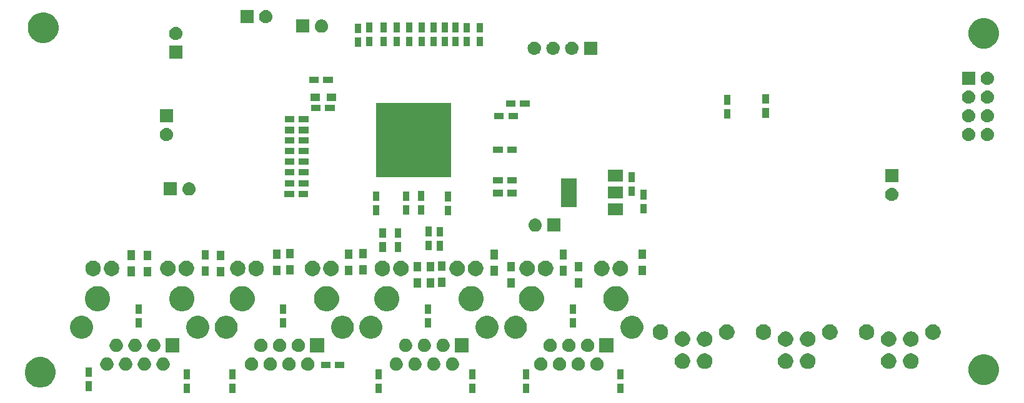
<source format=gbr>
G04 #@! TF.GenerationSoftware,KiCad,Pcbnew,(5.0.2)-1*
G04 #@! TF.CreationDate,2019-06-08T23:38:06+03:00*
G04 #@! TF.ProjectId,AVB switch with Can gateway,41564220-7377-4697-9463-682077697468,v01*
G04 #@! TF.SameCoordinates,Original*
G04 #@! TF.FileFunction,Soldermask,Bot*
G04 #@! TF.FilePolarity,Negative*
%FSLAX46Y46*%
G04 Gerber Fmt 4.6, Leading zero omitted, Abs format (unit mm)*
G04 Created by KiCad (PCBNEW (5.0.2)-1) date 6/8/2019 11:38:06 PM*
%MOMM*%
%LPD*%
G01*
G04 APERTURE LIST*
%ADD10C,0.100000*%
G04 APERTURE END LIST*
D10*
G36*
X177945800Y-98860800D02*
X177094200Y-98860800D01*
X177094200Y-97559200D01*
X177945800Y-97559200D01*
X177945800Y-98860800D01*
X177945800Y-98860800D01*
G37*
G36*
X165155800Y-98860800D02*
X164304200Y-98860800D01*
X164304200Y-97559200D01*
X165155800Y-97559200D01*
X165155800Y-98860800D01*
X165155800Y-98860800D01*
G37*
G36*
X145155800Y-98860800D02*
X144304200Y-98860800D01*
X144304200Y-97559200D01*
X145155800Y-97559200D01*
X145155800Y-98860800D01*
X145155800Y-98860800D01*
G37*
G36*
X157885800Y-98860800D02*
X157034200Y-98860800D01*
X157034200Y-97559200D01*
X157885800Y-97559200D01*
X157885800Y-98860800D01*
X157885800Y-98860800D01*
G37*
G36*
X125395800Y-98860800D02*
X124544200Y-98860800D01*
X124544200Y-97559200D01*
X125395800Y-97559200D01*
X125395800Y-98860800D01*
X125395800Y-98860800D01*
G37*
G36*
X119215800Y-98860800D02*
X118364200Y-98860800D01*
X118364200Y-97559200D01*
X119215800Y-97559200D01*
X119215800Y-98860800D01*
X119215800Y-98860800D01*
G37*
G36*
X105905800Y-98585799D02*
X105054200Y-98585799D01*
X105054200Y-97284199D01*
X105905800Y-97284199D01*
X105905800Y-98585799D01*
X105905800Y-98585799D01*
G37*
G36*
X99504527Y-94047240D02*
X99504530Y-94047241D01*
X99504529Y-94047241D01*
X99883575Y-94204246D01*
X99883576Y-94204247D01*
X100224710Y-94432185D01*
X100514814Y-94722289D01*
X100514816Y-94722292D01*
X100742753Y-95063424D01*
X100800465Y-95202754D01*
X100899759Y-95442472D01*
X100979799Y-95844861D01*
X100979799Y-96255139D01*
X100899759Y-96657528D01*
X100899758Y-96657530D01*
X100742753Y-97036576D01*
X100742752Y-97036577D01*
X100514814Y-97377711D01*
X100224710Y-97667815D01*
X100224707Y-97667817D01*
X99883575Y-97895754D01*
X99590399Y-98017191D01*
X99504527Y-98052760D01*
X99102138Y-98132800D01*
X98691860Y-98132800D01*
X98289471Y-98052760D01*
X98203599Y-98017191D01*
X97910423Y-97895754D01*
X97569291Y-97667817D01*
X97569288Y-97667815D01*
X97279184Y-97377711D01*
X97051246Y-97036577D01*
X97051245Y-97036576D01*
X96894240Y-96657530D01*
X96894239Y-96657528D01*
X96814199Y-96255139D01*
X96814199Y-95844861D01*
X96894239Y-95442472D01*
X96993533Y-95202754D01*
X97051245Y-95063424D01*
X97279182Y-94722292D01*
X97279184Y-94722289D01*
X97569288Y-94432185D01*
X97910422Y-94204247D01*
X97910423Y-94204246D01*
X98289469Y-94047241D01*
X98289468Y-94047241D01*
X98289471Y-94047240D01*
X98691860Y-93967200D01*
X99102138Y-93967200D01*
X99504527Y-94047240D01*
X99504527Y-94047240D01*
G37*
G36*
X227387528Y-93687240D02*
X227387531Y-93687241D01*
X227387530Y-93687241D01*
X227766576Y-93844246D01*
X227790384Y-93860154D01*
X228107711Y-94072185D01*
X228397815Y-94362289D01*
X228397817Y-94362292D01*
X228625754Y-94703424D01*
X228686997Y-94851279D01*
X228782760Y-95082472D01*
X228862800Y-95484861D01*
X228862800Y-95895139D01*
X228782760Y-96297528D01*
X228782759Y-96297530D01*
X228625754Y-96676576D01*
X228625753Y-96676577D01*
X228397815Y-97017711D01*
X228107711Y-97307815D01*
X228107708Y-97307817D01*
X227766576Y-97535754D01*
X227473400Y-97657191D01*
X227387528Y-97692760D01*
X226985139Y-97772800D01*
X226574861Y-97772800D01*
X226172472Y-97692760D01*
X226086600Y-97657191D01*
X225793424Y-97535754D01*
X225452292Y-97307817D01*
X225452289Y-97307815D01*
X225162185Y-97017711D01*
X224934247Y-96676577D01*
X224934246Y-96676576D01*
X224777241Y-96297530D01*
X224777240Y-96297528D01*
X224697200Y-95895139D01*
X224697200Y-95484861D01*
X224777240Y-95082472D01*
X224873003Y-94851279D01*
X224934246Y-94703424D01*
X225162183Y-94362292D01*
X225162185Y-94362289D01*
X225452289Y-94072185D01*
X225769616Y-93860154D01*
X225793424Y-93844246D01*
X226172470Y-93687241D01*
X226172469Y-93687241D01*
X226172472Y-93687240D01*
X226574861Y-93607200D01*
X226985139Y-93607200D01*
X227387528Y-93687240D01*
X227387528Y-93687240D01*
G37*
G36*
X125395800Y-96960800D02*
X124544200Y-96960800D01*
X124544200Y-95659200D01*
X125395800Y-95659200D01*
X125395800Y-96960800D01*
X125395800Y-96960800D01*
G37*
G36*
X165155800Y-96960800D02*
X164304200Y-96960800D01*
X164304200Y-95659200D01*
X165155800Y-95659200D01*
X165155800Y-96960800D01*
X165155800Y-96960800D01*
G37*
G36*
X145155800Y-96960800D02*
X144304200Y-96960800D01*
X144304200Y-95659200D01*
X145155800Y-95659200D01*
X145155800Y-96960800D01*
X145155800Y-96960800D01*
G37*
G36*
X157885800Y-96960800D02*
X157034200Y-96960800D01*
X157034200Y-95659200D01*
X157885800Y-95659200D01*
X157885800Y-96960800D01*
X157885800Y-96960800D01*
G37*
G36*
X119215800Y-96960800D02*
X118364200Y-96960800D01*
X118364200Y-95659200D01*
X119215800Y-95659200D01*
X119215800Y-96960800D01*
X119215800Y-96960800D01*
G37*
G36*
X177945800Y-96960800D02*
X177094200Y-96960800D01*
X177094200Y-95659200D01*
X177945800Y-95659200D01*
X177945800Y-96960800D01*
X177945800Y-96960800D01*
G37*
G36*
X105905800Y-96685799D02*
X105054200Y-96685799D01*
X105054200Y-95384199D01*
X105905800Y-95384199D01*
X105905800Y-96685799D01*
X105905800Y-96685799D01*
G37*
G36*
X174504141Y-94047240D02*
X174637754Y-94073817D01*
X174801689Y-94141721D01*
X174949227Y-94240303D01*
X175074697Y-94365773D01*
X175173279Y-94513311D01*
X175241183Y-94677246D01*
X175275800Y-94851279D01*
X175275800Y-95028721D01*
X175241183Y-95202754D01*
X175173279Y-95366689D01*
X175074697Y-95514227D01*
X174949227Y-95639697D01*
X174801689Y-95738279D01*
X174637754Y-95806183D01*
X174507229Y-95832146D01*
X174463722Y-95840800D01*
X174286278Y-95840800D01*
X174242771Y-95832146D01*
X174112246Y-95806183D01*
X173948311Y-95738279D01*
X173800773Y-95639697D01*
X173675303Y-95514227D01*
X173576721Y-95366689D01*
X173508817Y-95202754D01*
X173474200Y-95028721D01*
X173474200Y-94851279D01*
X173508817Y-94677246D01*
X173576721Y-94513311D01*
X173675303Y-94365773D01*
X173800773Y-94240303D01*
X173948311Y-94141721D01*
X174112246Y-94073817D01*
X174245859Y-94047240D01*
X174286278Y-94039200D01*
X174463722Y-94039200D01*
X174504141Y-94047240D01*
X174504141Y-94047240D01*
G37*
G36*
X115694141Y-94047240D02*
X115827754Y-94073817D01*
X115991689Y-94141721D01*
X116139227Y-94240303D01*
X116264697Y-94365773D01*
X116363279Y-94513311D01*
X116431183Y-94677246D01*
X116465800Y-94851279D01*
X116465800Y-95028721D01*
X116431183Y-95202754D01*
X116363279Y-95366689D01*
X116264697Y-95514227D01*
X116139227Y-95639697D01*
X115991689Y-95738279D01*
X115827754Y-95806183D01*
X115697229Y-95832146D01*
X115653722Y-95840800D01*
X115476278Y-95840800D01*
X115432771Y-95832146D01*
X115302246Y-95806183D01*
X115138311Y-95738279D01*
X114990773Y-95639697D01*
X114865303Y-95514227D01*
X114766721Y-95366689D01*
X114698817Y-95202754D01*
X114664200Y-95028721D01*
X114664200Y-94851279D01*
X114698817Y-94677246D01*
X114766721Y-94513311D01*
X114865303Y-94365773D01*
X114990773Y-94240303D01*
X115138311Y-94141721D01*
X115302246Y-94073817D01*
X115435859Y-94047240D01*
X115476278Y-94039200D01*
X115653722Y-94039200D01*
X115694141Y-94047240D01*
X115694141Y-94047240D01*
G37*
G36*
X113154141Y-94047240D02*
X113287754Y-94073817D01*
X113451689Y-94141721D01*
X113599227Y-94240303D01*
X113724697Y-94365773D01*
X113823279Y-94513311D01*
X113891183Y-94677246D01*
X113925800Y-94851279D01*
X113925800Y-95028721D01*
X113891183Y-95202754D01*
X113823279Y-95366689D01*
X113724697Y-95514227D01*
X113599227Y-95639697D01*
X113451689Y-95738279D01*
X113287754Y-95806183D01*
X113157229Y-95832146D01*
X113113722Y-95840800D01*
X112936278Y-95840800D01*
X112892771Y-95832146D01*
X112762246Y-95806183D01*
X112598311Y-95738279D01*
X112450773Y-95639697D01*
X112325303Y-95514227D01*
X112226721Y-95366689D01*
X112158817Y-95202754D01*
X112124200Y-95028721D01*
X112124200Y-94851279D01*
X112158817Y-94677246D01*
X112226721Y-94513311D01*
X112325303Y-94365773D01*
X112450773Y-94240303D01*
X112598311Y-94141721D01*
X112762246Y-94073817D01*
X112895859Y-94047240D01*
X112936278Y-94039200D01*
X113113722Y-94039200D01*
X113154141Y-94047240D01*
X113154141Y-94047240D01*
G37*
G36*
X110614141Y-94047240D02*
X110747754Y-94073817D01*
X110911689Y-94141721D01*
X111059227Y-94240303D01*
X111184697Y-94365773D01*
X111283279Y-94513311D01*
X111351183Y-94677246D01*
X111385800Y-94851279D01*
X111385800Y-95028721D01*
X111351183Y-95202754D01*
X111283279Y-95366689D01*
X111184697Y-95514227D01*
X111059227Y-95639697D01*
X110911689Y-95738279D01*
X110747754Y-95806183D01*
X110617229Y-95832146D01*
X110573722Y-95840800D01*
X110396278Y-95840800D01*
X110352771Y-95832146D01*
X110222246Y-95806183D01*
X110058311Y-95738279D01*
X109910773Y-95639697D01*
X109785303Y-95514227D01*
X109686721Y-95366689D01*
X109618817Y-95202754D01*
X109584200Y-95028721D01*
X109584200Y-94851279D01*
X109618817Y-94677246D01*
X109686721Y-94513311D01*
X109785303Y-94365773D01*
X109910773Y-94240303D01*
X110058311Y-94141721D01*
X110222246Y-94073817D01*
X110355859Y-94047240D01*
X110396278Y-94039200D01*
X110573722Y-94039200D01*
X110614141Y-94047240D01*
X110614141Y-94047240D01*
G37*
G36*
X108074141Y-94047240D02*
X108207754Y-94073817D01*
X108371689Y-94141721D01*
X108519227Y-94240303D01*
X108644697Y-94365773D01*
X108743279Y-94513311D01*
X108811183Y-94677246D01*
X108845800Y-94851279D01*
X108845800Y-95028721D01*
X108811183Y-95202754D01*
X108743279Y-95366689D01*
X108644697Y-95514227D01*
X108519227Y-95639697D01*
X108371689Y-95738279D01*
X108207754Y-95806183D01*
X108077229Y-95832146D01*
X108033722Y-95840800D01*
X107856278Y-95840800D01*
X107812771Y-95832146D01*
X107682246Y-95806183D01*
X107518311Y-95738279D01*
X107370773Y-95639697D01*
X107245303Y-95514227D01*
X107146721Y-95366689D01*
X107078817Y-95202754D01*
X107044200Y-95028721D01*
X107044200Y-94851279D01*
X107078817Y-94677246D01*
X107146721Y-94513311D01*
X107245303Y-94365773D01*
X107370773Y-94240303D01*
X107518311Y-94141721D01*
X107682246Y-94073817D01*
X107815859Y-94047240D01*
X107856278Y-94039200D01*
X108033722Y-94039200D01*
X108074141Y-94047240D01*
X108074141Y-94047240D01*
G37*
G36*
X132757474Y-94047240D02*
X132891087Y-94073817D01*
X133055022Y-94141721D01*
X133202560Y-94240303D01*
X133328030Y-94365773D01*
X133426612Y-94513311D01*
X133494516Y-94677246D01*
X133529133Y-94851279D01*
X133529133Y-95028721D01*
X133494516Y-95202754D01*
X133426612Y-95366689D01*
X133328030Y-95514227D01*
X133202560Y-95639697D01*
X133055022Y-95738279D01*
X132891087Y-95806183D01*
X132760562Y-95832146D01*
X132717055Y-95840800D01*
X132539611Y-95840800D01*
X132496104Y-95832146D01*
X132365579Y-95806183D01*
X132201644Y-95738279D01*
X132054106Y-95639697D01*
X131928636Y-95514227D01*
X131830054Y-95366689D01*
X131762150Y-95202754D01*
X131727533Y-95028721D01*
X131727533Y-94851279D01*
X131762150Y-94677246D01*
X131830054Y-94513311D01*
X131928636Y-94365773D01*
X132054106Y-94240303D01*
X132201644Y-94141721D01*
X132365579Y-94073817D01*
X132499192Y-94047240D01*
X132539611Y-94039200D01*
X132717055Y-94039200D01*
X132757474Y-94047240D01*
X132757474Y-94047240D01*
G37*
G36*
X130217474Y-94047240D02*
X130351087Y-94073817D01*
X130515022Y-94141721D01*
X130662560Y-94240303D01*
X130788030Y-94365773D01*
X130886612Y-94513311D01*
X130954516Y-94677246D01*
X130989133Y-94851279D01*
X130989133Y-95028721D01*
X130954516Y-95202754D01*
X130886612Y-95366689D01*
X130788030Y-95514227D01*
X130662560Y-95639697D01*
X130515022Y-95738279D01*
X130351087Y-95806183D01*
X130220562Y-95832146D01*
X130177055Y-95840800D01*
X129999611Y-95840800D01*
X129956104Y-95832146D01*
X129825579Y-95806183D01*
X129661644Y-95738279D01*
X129514106Y-95639697D01*
X129388636Y-95514227D01*
X129290054Y-95366689D01*
X129222150Y-95202754D01*
X129187533Y-95028721D01*
X129187533Y-94851279D01*
X129222150Y-94677246D01*
X129290054Y-94513311D01*
X129388636Y-94365773D01*
X129514106Y-94240303D01*
X129661644Y-94141721D01*
X129825579Y-94073817D01*
X129959192Y-94047240D01*
X129999611Y-94039200D01*
X130177055Y-94039200D01*
X130217474Y-94047240D01*
X130217474Y-94047240D01*
G37*
G36*
X127677474Y-94047240D02*
X127811087Y-94073817D01*
X127975022Y-94141721D01*
X128122560Y-94240303D01*
X128248030Y-94365773D01*
X128346612Y-94513311D01*
X128414516Y-94677246D01*
X128449133Y-94851279D01*
X128449133Y-95028721D01*
X128414516Y-95202754D01*
X128346612Y-95366689D01*
X128248030Y-95514227D01*
X128122560Y-95639697D01*
X127975022Y-95738279D01*
X127811087Y-95806183D01*
X127680562Y-95832146D01*
X127637055Y-95840800D01*
X127459611Y-95840800D01*
X127416104Y-95832146D01*
X127285579Y-95806183D01*
X127121644Y-95738279D01*
X126974106Y-95639697D01*
X126848636Y-95514227D01*
X126750054Y-95366689D01*
X126682150Y-95202754D01*
X126647533Y-95028721D01*
X126647533Y-94851279D01*
X126682150Y-94677246D01*
X126750054Y-94513311D01*
X126848636Y-94365773D01*
X126974106Y-94240303D01*
X127121644Y-94141721D01*
X127285579Y-94073817D01*
X127419192Y-94047240D01*
X127459611Y-94039200D01*
X127637055Y-94039200D01*
X127677474Y-94047240D01*
X127677474Y-94047240D01*
G37*
G36*
X152360807Y-94047240D02*
X152494420Y-94073817D01*
X152658355Y-94141721D01*
X152805893Y-94240303D01*
X152931363Y-94365773D01*
X153029945Y-94513311D01*
X153097849Y-94677246D01*
X153132466Y-94851279D01*
X153132466Y-95028721D01*
X153097849Y-95202754D01*
X153029945Y-95366689D01*
X152931363Y-95514227D01*
X152805893Y-95639697D01*
X152658355Y-95738279D01*
X152494420Y-95806183D01*
X152363895Y-95832146D01*
X152320388Y-95840800D01*
X152142944Y-95840800D01*
X152099437Y-95832146D01*
X151968912Y-95806183D01*
X151804977Y-95738279D01*
X151657439Y-95639697D01*
X151531969Y-95514227D01*
X151433387Y-95366689D01*
X151365483Y-95202754D01*
X151330866Y-95028721D01*
X151330866Y-94851279D01*
X151365483Y-94677246D01*
X151433387Y-94513311D01*
X151531969Y-94365773D01*
X151657439Y-94240303D01*
X151804977Y-94141721D01*
X151968912Y-94073817D01*
X152102525Y-94047240D01*
X152142944Y-94039200D01*
X152320388Y-94039200D01*
X152360807Y-94047240D01*
X152360807Y-94047240D01*
G37*
G36*
X149820807Y-94047240D02*
X149954420Y-94073817D01*
X150118355Y-94141721D01*
X150265893Y-94240303D01*
X150391363Y-94365773D01*
X150489945Y-94513311D01*
X150557849Y-94677246D01*
X150592466Y-94851279D01*
X150592466Y-95028721D01*
X150557849Y-95202754D01*
X150489945Y-95366689D01*
X150391363Y-95514227D01*
X150265893Y-95639697D01*
X150118355Y-95738279D01*
X149954420Y-95806183D01*
X149823895Y-95832146D01*
X149780388Y-95840800D01*
X149602944Y-95840800D01*
X149559437Y-95832146D01*
X149428912Y-95806183D01*
X149264977Y-95738279D01*
X149117439Y-95639697D01*
X148991969Y-95514227D01*
X148893387Y-95366689D01*
X148825483Y-95202754D01*
X148790866Y-95028721D01*
X148790866Y-94851279D01*
X148825483Y-94677246D01*
X148893387Y-94513311D01*
X148991969Y-94365773D01*
X149117439Y-94240303D01*
X149264977Y-94141721D01*
X149428912Y-94073817D01*
X149562525Y-94047240D01*
X149602944Y-94039200D01*
X149780388Y-94039200D01*
X149820807Y-94047240D01*
X149820807Y-94047240D01*
G37*
G36*
X135297474Y-94047240D02*
X135431087Y-94073817D01*
X135595022Y-94141721D01*
X135742560Y-94240303D01*
X135868030Y-94365773D01*
X135966612Y-94513311D01*
X136034516Y-94677246D01*
X136069133Y-94851279D01*
X136069133Y-95028721D01*
X136034516Y-95202754D01*
X135966612Y-95366689D01*
X135868030Y-95514227D01*
X135742560Y-95639697D01*
X135595022Y-95738279D01*
X135431087Y-95806183D01*
X135300562Y-95832146D01*
X135257055Y-95840800D01*
X135079611Y-95840800D01*
X135036104Y-95832146D01*
X134905579Y-95806183D01*
X134741644Y-95738279D01*
X134594106Y-95639697D01*
X134468636Y-95514227D01*
X134370054Y-95366689D01*
X134302150Y-95202754D01*
X134267533Y-95028721D01*
X134267533Y-94851279D01*
X134302150Y-94677246D01*
X134370054Y-94513311D01*
X134468636Y-94365773D01*
X134594106Y-94240303D01*
X134741644Y-94141721D01*
X134905579Y-94073817D01*
X135039192Y-94047240D01*
X135079611Y-94039200D01*
X135257055Y-94039200D01*
X135297474Y-94047240D01*
X135297474Y-94047240D01*
G37*
G36*
X171964141Y-94047240D02*
X172097754Y-94073817D01*
X172261689Y-94141721D01*
X172409227Y-94240303D01*
X172534697Y-94365773D01*
X172633279Y-94513311D01*
X172701183Y-94677246D01*
X172735800Y-94851279D01*
X172735800Y-95028721D01*
X172701183Y-95202754D01*
X172633279Y-95366689D01*
X172534697Y-95514227D01*
X172409227Y-95639697D01*
X172261689Y-95738279D01*
X172097754Y-95806183D01*
X171967229Y-95832146D01*
X171923722Y-95840800D01*
X171746278Y-95840800D01*
X171702771Y-95832146D01*
X171572246Y-95806183D01*
X171408311Y-95738279D01*
X171260773Y-95639697D01*
X171135303Y-95514227D01*
X171036721Y-95366689D01*
X170968817Y-95202754D01*
X170934200Y-95028721D01*
X170934200Y-94851279D01*
X170968817Y-94677246D01*
X171036721Y-94513311D01*
X171135303Y-94365773D01*
X171260773Y-94240303D01*
X171408311Y-94141721D01*
X171572246Y-94073817D01*
X171705859Y-94047240D01*
X171746278Y-94039200D01*
X171923722Y-94039200D01*
X171964141Y-94047240D01*
X171964141Y-94047240D01*
G37*
G36*
X169424141Y-94047240D02*
X169557754Y-94073817D01*
X169721689Y-94141721D01*
X169869227Y-94240303D01*
X169994697Y-94365773D01*
X170093279Y-94513311D01*
X170161183Y-94677246D01*
X170195800Y-94851279D01*
X170195800Y-95028721D01*
X170161183Y-95202754D01*
X170093279Y-95366689D01*
X169994697Y-95514227D01*
X169869227Y-95639697D01*
X169721689Y-95738279D01*
X169557754Y-95806183D01*
X169427229Y-95832146D01*
X169383722Y-95840800D01*
X169206278Y-95840800D01*
X169162771Y-95832146D01*
X169032246Y-95806183D01*
X168868311Y-95738279D01*
X168720773Y-95639697D01*
X168595303Y-95514227D01*
X168496721Y-95366689D01*
X168428817Y-95202754D01*
X168394200Y-95028721D01*
X168394200Y-94851279D01*
X168428817Y-94677246D01*
X168496721Y-94513311D01*
X168595303Y-94365773D01*
X168720773Y-94240303D01*
X168868311Y-94141721D01*
X169032246Y-94073817D01*
X169165859Y-94047240D01*
X169206278Y-94039200D01*
X169383722Y-94039200D01*
X169424141Y-94047240D01*
X169424141Y-94047240D01*
G37*
G36*
X166884141Y-94047240D02*
X167017754Y-94073817D01*
X167181689Y-94141721D01*
X167329227Y-94240303D01*
X167454697Y-94365773D01*
X167553279Y-94513311D01*
X167621183Y-94677246D01*
X167655800Y-94851279D01*
X167655800Y-95028721D01*
X167621183Y-95202754D01*
X167553279Y-95366689D01*
X167454697Y-95514227D01*
X167329227Y-95639697D01*
X167181689Y-95738279D01*
X167017754Y-95806183D01*
X166887229Y-95832146D01*
X166843722Y-95840800D01*
X166666278Y-95840800D01*
X166622771Y-95832146D01*
X166492246Y-95806183D01*
X166328311Y-95738279D01*
X166180773Y-95639697D01*
X166055303Y-95514227D01*
X165956721Y-95366689D01*
X165888817Y-95202754D01*
X165854200Y-95028721D01*
X165854200Y-94851279D01*
X165888817Y-94677246D01*
X165956721Y-94513311D01*
X166055303Y-94365773D01*
X166180773Y-94240303D01*
X166328311Y-94141721D01*
X166492246Y-94073817D01*
X166625859Y-94047240D01*
X166666278Y-94039200D01*
X166843722Y-94039200D01*
X166884141Y-94047240D01*
X166884141Y-94047240D01*
G37*
G36*
X147280807Y-94047240D02*
X147414420Y-94073817D01*
X147578355Y-94141721D01*
X147725893Y-94240303D01*
X147851363Y-94365773D01*
X147949945Y-94513311D01*
X148017849Y-94677246D01*
X148052466Y-94851279D01*
X148052466Y-95028721D01*
X148017849Y-95202754D01*
X147949945Y-95366689D01*
X147851363Y-95514227D01*
X147725893Y-95639697D01*
X147578355Y-95738279D01*
X147414420Y-95806183D01*
X147283895Y-95832146D01*
X147240388Y-95840800D01*
X147062944Y-95840800D01*
X147019437Y-95832146D01*
X146888912Y-95806183D01*
X146724977Y-95738279D01*
X146577439Y-95639697D01*
X146451969Y-95514227D01*
X146353387Y-95366689D01*
X146285483Y-95202754D01*
X146250866Y-95028721D01*
X146250866Y-94851279D01*
X146285483Y-94677246D01*
X146353387Y-94513311D01*
X146451969Y-94365773D01*
X146577439Y-94240303D01*
X146724977Y-94141721D01*
X146888912Y-94073817D01*
X147022525Y-94047240D01*
X147062944Y-94039200D01*
X147240388Y-94039200D01*
X147280807Y-94047240D01*
X147280807Y-94047240D01*
G37*
G36*
X154900807Y-94047240D02*
X155034420Y-94073817D01*
X155198355Y-94141721D01*
X155345893Y-94240303D01*
X155471363Y-94365773D01*
X155569945Y-94513311D01*
X155637849Y-94677246D01*
X155672466Y-94851279D01*
X155672466Y-95028721D01*
X155637849Y-95202754D01*
X155569945Y-95366689D01*
X155471363Y-95514227D01*
X155345893Y-95639697D01*
X155198355Y-95738279D01*
X155034420Y-95806183D01*
X154903895Y-95832146D01*
X154860388Y-95840800D01*
X154682944Y-95840800D01*
X154639437Y-95832146D01*
X154508912Y-95806183D01*
X154344977Y-95738279D01*
X154197439Y-95639697D01*
X154071969Y-95514227D01*
X153973387Y-95366689D01*
X153905483Y-95202754D01*
X153870866Y-95028721D01*
X153870866Y-94851279D01*
X153905483Y-94677246D01*
X153973387Y-94513311D01*
X154071969Y-94365773D01*
X154197439Y-94240303D01*
X154344977Y-94141721D01*
X154508912Y-94073817D01*
X154642525Y-94047240D01*
X154682944Y-94039200D01*
X154860388Y-94039200D01*
X154900807Y-94047240D01*
X154900807Y-94047240D01*
G37*
G36*
X186258507Y-93519582D02*
X186449740Y-93598793D01*
X186582110Y-93687240D01*
X186621849Y-93713793D01*
X186768207Y-93860151D01*
X186768209Y-93860154D01*
X186883207Y-94032260D01*
X186962418Y-94223493D01*
X187002800Y-94426505D01*
X187002800Y-94633495D01*
X186962418Y-94836507D01*
X186883207Y-95027740D01*
X186846637Y-95082470D01*
X186768207Y-95199849D01*
X186621849Y-95346207D01*
X186621846Y-95346209D01*
X186449740Y-95461207D01*
X186258507Y-95540418D01*
X186055495Y-95580800D01*
X185848505Y-95580800D01*
X185645493Y-95540418D01*
X185454260Y-95461207D01*
X185282154Y-95346209D01*
X185282151Y-95346207D01*
X185135793Y-95199849D01*
X185057363Y-95082470D01*
X185020793Y-95027740D01*
X184941582Y-94836507D01*
X184901200Y-94633495D01*
X184901200Y-94426505D01*
X184941582Y-94223493D01*
X185020793Y-94032260D01*
X185135791Y-93860154D01*
X185135793Y-93860151D01*
X185282151Y-93713793D01*
X185321890Y-93687240D01*
X185454260Y-93598793D01*
X185645493Y-93519582D01*
X185848505Y-93479200D01*
X186055495Y-93479200D01*
X186258507Y-93519582D01*
X186258507Y-93519582D01*
G37*
G36*
X189258507Y-93519582D02*
X189449740Y-93598793D01*
X189582110Y-93687240D01*
X189621849Y-93713793D01*
X189768207Y-93860151D01*
X189768209Y-93860154D01*
X189883207Y-94032260D01*
X189962418Y-94223493D01*
X190002800Y-94426505D01*
X190002800Y-94633495D01*
X189962418Y-94836507D01*
X189883207Y-95027740D01*
X189846637Y-95082470D01*
X189768207Y-95199849D01*
X189621849Y-95346207D01*
X189621846Y-95346209D01*
X189449740Y-95461207D01*
X189258507Y-95540418D01*
X189055495Y-95580800D01*
X188848505Y-95580800D01*
X188645493Y-95540418D01*
X188454260Y-95461207D01*
X188282154Y-95346209D01*
X188282151Y-95346207D01*
X188135793Y-95199849D01*
X188057363Y-95082470D01*
X188020793Y-95027740D01*
X187941582Y-94836507D01*
X187901200Y-94633495D01*
X187901200Y-94426505D01*
X187941582Y-94223493D01*
X188020793Y-94032260D01*
X188135791Y-93860154D01*
X188135793Y-93860151D01*
X188282151Y-93713793D01*
X188321890Y-93687240D01*
X188454260Y-93598793D01*
X188645493Y-93519582D01*
X188848505Y-93479200D01*
X189055495Y-93479200D01*
X189258507Y-93519582D01*
X189258507Y-93519582D01*
G37*
G36*
X200228507Y-93519582D02*
X200419740Y-93598793D01*
X200552110Y-93687240D01*
X200591849Y-93713793D01*
X200738207Y-93860151D01*
X200738209Y-93860154D01*
X200853207Y-94032260D01*
X200932418Y-94223493D01*
X200972800Y-94426505D01*
X200972800Y-94633495D01*
X200932418Y-94836507D01*
X200853207Y-95027740D01*
X200816637Y-95082470D01*
X200738207Y-95199849D01*
X200591849Y-95346207D01*
X200591846Y-95346209D01*
X200419740Y-95461207D01*
X200228507Y-95540418D01*
X200025495Y-95580800D01*
X199818505Y-95580800D01*
X199615493Y-95540418D01*
X199424260Y-95461207D01*
X199252154Y-95346209D01*
X199252151Y-95346207D01*
X199105793Y-95199849D01*
X199027363Y-95082470D01*
X198990793Y-95027740D01*
X198911582Y-94836507D01*
X198871200Y-94633495D01*
X198871200Y-94426505D01*
X198911582Y-94223493D01*
X198990793Y-94032260D01*
X199105791Y-93860154D01*
X199105793Y-93860151D01*
X199252151Y-93713793D01*
X199291890Y-93687240D01*
X199424260Y-93598793D01*
X199615493Y-93519582D01*
X199818505Y-93479200D01*
X200025495Y-93479200D01*
X200228507Y-93519582D01*
X200228507Y-93519582D01*
G37*
G36*
X214198507Y-93519582D02*
X214389740Y-93598793D01*
X214522110Y-93687240D01*
X214561849Y-93713793D01*
X214708207Y-93860151D01*
X214708209Y-93860154D01*
X214823207Y-94032260D01*
X214902418Y-94223493D01*
X214942800Y-94426505D01*
X214942800Y-94633495D01*
X214902418Y-94836507D01*
X214823207Y-95027740D01*
X214786637Y-95082470D01*
X214708207Y-95199849D01*
X214561849Y-95346207D01*
X214561846Y-95346209D01*
X214389740Y-95461207D01*
X214198507Y-95540418D01*
X213995495Y-95580800D01*
X213788505Y-95580800D01*
X213585493Y-95540418D01*
X213394260Y-95461207D01*
X213222154Y-95346209D01*
X213222151Y-95346207D01*
X213075793Y-95199849D01*
X212997363Y-95082470D01*
X212960793Y-95027740D01*
X212881582Y-94836507D01*
X212841200Y-94633495D01*
X212841200Y-94426505D01*
X212881582Y-94223493D01*
X212960793Y-94032260D01*
X213075791Y-93860154D01*
X213075793Y-93860151D01*
X213222151Y-93713793D01*
X213261890Y-93687240D01*
X213394260Y-93598793D01*
X213585493Y-93519582D01*
X213788505Y-93479200D01*
X213995495Y-93479200D01*
X214198507Y-93519582D01*
X214198507Y-93519582D01*
G37*
G36*
X217198507Y-93519582D02*
X217389740Y-93598793D01*
X217522110Y-93687240D01*
X217561849Y-93713793D01*
X217708207Y-93860151D01*
X217708209Y-93860154D01*
X217823207Y-94032260D01*
X217902418Y-94223493D01*
X217942800Y-94426505D01*
X217942800Y-94633495D01*
X217902418Y-94836507D01*
X217823207Y-95027740D01*
X217786637Y-95082470D01*
X217708207Y-95199849D01*
X217561849Y-95346207D01*
X217561846Y-95346209D01*
X217389740Y-95461207D01*
X217198507Y-95540418D01*
X216995495Y-95580800D01*
X216788505Y-95580800D01*
X216585493Y-95540418D01*
X216394260Y-95461207D01*
X216222154Y-95346209D01*
X216222151Y-95346207D01*
X216075793Y-95199849D01*
X215997363Y-95082470D01*
X215960793Y-95027740D01*
X215881582Y-94836507D01*
X215841200Y-94633495D01*
X215841200Y-94426505D01*
X215881582Y-94223493D01*
X215960793Y-94032260D01*
X216075791Y-93860154D01*
X216075793Y-93860151D01*
X216222151Y-93713793D01*
X216261890Y-93687240D01*
X216394260Y-93598793D01*
X216585493Y-93519582D01*
X216788505Y-93479200D01*
X216995495Y-93479200D01*
X217198507Y-93519582D01*
X217198507Y-93519582D01*
G37*
G36*
X203228507Y-93519582D02*
X203419740Y-93598793D01*
X203552110Y-93687240D01*
X203591849Y-93713793D01*
X203738207Y-93860151D01*
X203738209Y-93860154D01*
X203853207Y-94032260D01*
X203932418Y-94223493D01*
X203972800Y-94426505D01*
X203972800Y-94633495D01*
X203932418Y-94836507D01*
X203853207Y-95027740D01*
X203816637Y-95082470D01*
X203738207Y-95199849D01*
X203591849Y-95346207D01*
X203591846Y-95346209D01*
X203419740Y-95461207D01*
X203228507Y-95540418D01*
X203025495Y-95580800D01*
X202818505Y-95580800D01*
X202615493Y-95540418D01*
X202424260Y-95461207D01*
X202252154Y-95346209D01*
X202252151Y-95346207D01*
X202105793Y-95199849D01*
X202027363Y-95082470D01*
X201990793Y-95027740D01*
X201911582Y-94836507D01*
X201871200Y-94633495D01*
X201871200Y-94426505D01*
X201911582Y-94223493D01*
X201990793Y-94032260D01*
X202105791Y-93860154D01*
X202105793Y-93860151D01*
X202252151Y-93713793D01*
X202291890Y-93687240D01*
X202424260Y-93598793D01*
X202615493Y-93519582D01*
X202818505Y-93479200D01*
X203025495Y-93479200D01*
X203228507Y-93519582D01*
X203228507Y-93519582D01*
G37*
G36*
X140142800Y-95435800D02*
X138841200Y-95435800D01*
X138841200Y-94584200D01*
X140142800Y-94584200D01*
X140142800Y-95435800D01*
X140142800Y-95435800D01*
G37*
G36*
X138242800Y-95435800D02*
X136941200Y-95435800D01*
X136941200Y-94584200D01*
X138242800Y-94584200D01*
X138242800Y-95435800D01*
X138242800Y-95435800D01*
G37*
G36*
X156992466Y-93350800D02*
X155090866Y-93350800D01*
X155090866Y-91449200D01*
X156992466Y-91449200D01*
X156992466Y-93350800D01*
X156992466Y-93350800D01*
G37*
G36*
X176595800Y-93350800D02*
X174694200Y-93350800D01*
X174694200Y-91449200D01*
X176595800Y-91449200D01*
X176595800Y-93350800D01*
X176595800Y-93350800D01*
G37*
G36*
X137389133Y-93350800D02*
X135487533Y-93350800D01*
X135487533Y-91449200D01*
X137389133Y-91449200D01*
X137389133Y-93350800D01*
X137389133Y-93350800D01*
G37*
G36*
X117785800Y-93350800D02*
X115884200Y-93350800D01*
X115884200Y-91449200D01*
X117785800Y-91449200D01*
X117785800Y-93350800D01*
X117785800Y-93350800D01*
G37*
G36*
X128950562Y-91507854D02*
X129081087Y-91533817D01*
X129245022Y-91601721D01*
X129392560Y-91700303D01*
X129518030Y-91825773D01*
X129616612Y-91973311D01*
X129684516Y-92137246D01*
X129719133Y-92311279D01*
X129719133Y-92488721D01*
X129684516Y-92662754D01*
X129616612Y-92826689D01*
X129518030Y-92974227D01*
X129392560Y-93099697D01*
X129245022Y-93198279D01*
X129081087Y-93266183D01*
X128950562Y-93292146D01*
X128907055Y-93300800D01*
X128729611Y-93300800D01*
X128686104Y-93292146D01*
X128555579Y-93266183D01*
X128391644Y-93198279D01*
X128244106Y-93099697D01*
X128118636Y-92974227D01*
X128020054Y-92826689D01*
X127952150Y-92662754D01*
X127917533Y-92488721D01*
X127917533Y-92311279D01*
X127952150Y-92137246D01*
X128020054Y-91973311D01*
X128118636Y-91825773D01*
X128244106Y-91700303D01*
X128391644Y-91601721D01*
X128555579Y-91533817D01*
X128686104Y-91507854D01*
X128729611Y-91499200D01*
X128907055Y-91499200D01*
X128950562Y-91507854D01*
X128950562Y-91507854D01*
G37*
G36*
X114427229Y-91507854D02*
X114557754Y-91533817D01*
X114721689Y-91601721D01*
X114869227Y-91700303D01*
X114994697Y-91825773D01*
X115093279Y-91973311D01*
X115161183Y-92137246D01*
X115195800Y-92311279D01*
X115195800Y-92488721D01*
X115161183Y-92662754D01*
X115093279Y-92826689D01*
X114994697Y-92974227D01*
X114869227Y-93099697D01*
X114721689Y-93198279D01*
X114557754Y-93266183D01*
X114427229Y-93292146D01*
X114383722Y-93300800D01*
X114206278Y-93300800D01*
X114162771Y-93292146D01*
X114032246Y-93266183D01*
X113868311Y-93198279D01*
X113720773Y-93099697D01*
X113595303Y-92974227D01*
X113496721Y-92826689D01*
X113428817Y-92662754D01*
X113394200Y-92488721D01*
X113394200Y-92311279D01*
X113428817Y-92137246D01*
X113496721Y-91973311D01*
X113595303Y-91825773D01*
X113720773Y-91700303D01*
X113868311Y-91601721D01*
X114032246Y-91533817D01*
X114162771Y-91507854D01*
X114206278Y-91499200D01*
X114383722Y-91499200D01*
X114427229Y-91507854D01*
X114427229Y-91507854D01*
G37*
G36*
X111887229Y-91507854D02*
X112017754Y-91533817D01*
X112181689Y-91601721D01*
X112329227Y-91700303D01*
X112454697Y-91825773D01*
X112553279Y-91973311D01*
X112621183Y-92137246D01*
X112655800Y-92311279D01*
X112655800Y-92488721D01*
X112621183Y-92662754D01*
X112553279Y-92826689D01*
X112454697Y-92974227D01*
X112329227Y-93099697D01*
X112181689Y-93198279D01*
X112017754Y-93266183D01*
X111887229Y-93292146D01*
X111843722Y-93300800D01*
X111666278Y-93300800D01*
X111622771Y-93292146D01*
X111492246Y-93266183D01*
X111328311Y-93198279D01*
X111180773Y-93099697D01*
X111055303Y-92974227D01*
X110956721Y-92826689D01*
X110888817Y-92662754D01*
X110854200Y-92488721D01*
X110854200Y-92311279D01*
X110888817Y-92137246D01*
X110956721Y-91973311D01*
X111055303Y-91825773D01*
X111180773Y-91700303D01*
X111328311Y-91601721D01*
X111492246Y-91533817D01*
X111622771Y-91507854D01*
X111666278Y-91499200D01*
X111843722Y-91499200D01*
X111887229Y-91507854D01*
X111887229Y-91507854D01*
G37*
G36*
X109347229Y-91507854D02*
X109477754Y-91533817D01*
X109641689Y-91601721D01*
X109789227Y-91700303D01*
X109914697Y-91825773D01*
X110013279Y-91973311D01*
X110081183Y-92137246D01*
X110115800Y-92311279D01*
X110115800Y-92488721D01*
X110081183Y-92662754D01*
X110013279Y-92826689D01*
X109914697Y-92974227D01*
X109789227Y-93099697D01*
X109641689Y-93198279D01*
X109477754Y-93266183D01*
X109347229Y-93292146D01*
X109303722Y-93300800D01*
X109126278Y-93300800D01*
X109082771Y-93292146D01*
X108952246Y-93266183D01*
X108788311Y-93198279D01*
X108640773Y-93099697D01*
X108515303Y-92974227D01*
X108416721Y-92826689D01*
X108348817Y-92662754D01*
X108314200Y-92488721D01*
X108314200Y-92311279D01*
X108348817Y-92137246D01*
X108416721Y-91973311D01*
X108515303Y-91825773D01*
X108640773Y-91700303D01*
X108788311Y-91601721D01*
X108952246Y-91533817D01*
X109082771Y-91507854D01*
X109126278Y-91499200D01*
X109303722Y-91499200D01*
X109347229Y-91507854D01*
X109347229Y-91507854D01*
G37*
G36*
X131490562Y-91507854D02*
X131621087Y-91533817D01*
X131785022Y-91601721D01*
X131932560Y-91700303D01*
X132058030Y-91825773D01*
X132156612Y-91973311D01*
X132224516Y-92137246D01*
X132259133Y-92311279D01*
X132259133Y-92488721D01*
X132224516Y-92662754D01*
X132156612Y-92826689D01*
X132058030Y-92974227D01*
X131932560Y-93099697D01*
X131785022Y-93198279D01*
X131621087Y-93266183D01*
X131490562Y-93292146D01*
X131447055Y-93300800D01*
X131269611Y-93300800D01*
X131226104Y-93292146D01*
X131095579Y-93266183D01*
X130931644Y-93198279D01*
X130784106Y-93099697D01*
X130658636Y-92974227D01*
X130560054Y-92826689D01*
X130492150Y-92662754D01*
X130457533Y-92488721D01*
X130457533Y-92311279D01*
X130492150Y-92137246D01*
X130560054Y-91973311D01*
X130658636Y-91825773D01*
X130784106Y-91700303D01*
X130931644Y-91601721D01*
X131095579Y-91533817D01*
X131226104Y-91507854D01*
X131269611Y-91499200D01*
X131447055Y-91499200D01*
X131490562Y-91507854D01*
X131490562Y-91507854D01*
G37*
G36*
X134030562Y-91507854D02*
X134161087Y-91533817D01*
X134325022Y-91601721D01*
X134472560Y-91700303D01*
X134598030Y-91825773D01*
X134696612Y-91973311D01*
X134764516Y-92137246D01*
X134799133Y-92311279D01*
X134799133Y-92488721D01*
X134764516Y-92662754D01*
X134696612Y-92826689D01*
X134598030Y-92974227D01*
X134472560Y-93099697D01*
X134325022Y-93198279D01*
X134161087Y-93266183D01*
X134030562Y-93292146D01*
X133987055Y-93300800D01*
X133809611Y-93300800D01*
X133766104Y-93292146D01*
X133635579Y-93266183D01*
X133471644Y-93198279D01*
X133324106Y-93099697D01*
X133198636Y-92974227D01*
X133100054Y-92826689D01*
X133032150Y-92662754D01*
X132997533Y-92488721D01*
X132997533Y-92311279D01*
X133032150Y-92137246D01*
X133100054Y-91973311D01*
X133198636Y-91825773D01*
X133324106Y-91700303D01*
X133471644Y-91601721D01*
X133635579Y-91533817D01*
X133766104Y-91507854D01*
X133809611Y-91499200D01*
X133987055Y-91499200D01*
X134030562Y-91507854D01*
X134030562Y-91507854D01*
G37*
G36*
X148553895Y-91507854D02*
X148684420Y-91533817D01*
X148848355Y-91601721D01*
X148995893Y-91700303D01*
X149121363Y-91825773D01*
X149219945Y-91973311D01*
X149287849Y-92137246D01*
X149322466Y-92311279D01*
X149322466Y-92488721D01*
X149287849Y-92662754D01*
X149219945Y-92826689D01*
X149121363Y-92974227D01*
X148995893Y-93099697D01*
X148848355Y-93198279D01*
X148684420Y-93266183D01*
X148553895Y-93292146D01*
X148510388Y-93300800D01*
X148332944Y-93300800D01*
X148289437Y-93292146D01*
X148158912Y-93266183D01*
X147994977Y-93198279D01*
X147847439Y-93099697D01*
X147721969Y-92974227D01*
X147623387Y-92826689D01*
X147555483Y-92662754D01*
X147520866Y-92488721D01*
X147520866Y-92311279D01*
X147555483Y-92137246D01*
X147623387Y-91973311D01*
X147721969Y-91825773D01*
X147847439Y-91700303D01*
X147994977Y-91601721D01*
X148158912Y-91533817D01*
X148289437Y-91507854D01*
X148332944Y-91499200D01*
X148510388Y-91499200D01*
X148553895Y-91507854D01*
X148553895Y-91507854D01*
G37*
G36*
X151093895Y-91507854D02*
X151224420Y-91533817D01*
X151388355Y-91601721D01*
X151535893Y-91700303D01*
X151661363Y-91825773D01*
X151759945Y-91973311D01*
X151827849Y-92137246D01*
X151862466Y-92311279D01*
X151862466Y-92488721D01*
X151827849Y-92662754D01*
X151759945Y-92826689D01*
X151661363Y-92974227D01*
X151535893Y-93099697D01*
X151388355Y-93198279D01*
X151224420Y-93266183D01*
X151093895Y-93292146D01*
X151050388Y-93300800D01*
X150872944Y-93300800D01*
X150829437Y-93292146D01*
X150698912Y-93266183D01*
X150534977Y-93198279D01*
X150387439Y-93099697D01*
X150261969Y-92974227D01*
X150163387Y-92826689D01*
X150095483Y-92662754D01*
X150060866Y-92488721D01*
X150060866Y-92311279D01*
X150095483Y-92137246D01*
X150163387Y-91973311D01*
X150261969Y-91825773D01*
X150387439Y-91700303D01*
X150534977Y-91601721D01*
X150698912Y-91533817D01*
X150829437Y-91507854D01*
X150872944Y-91499200D01*
X151050388Y-91499200D01*
X151093895Y-91507854D01*
X151093895Y-91507854D01*
G37*
G36*
X153633895Y-91507854D02*
X153764420Y-91533817D01*
X153928355Y-91601721D01*
X154075893Y-91700303D01*
X154201363Y-91825773D01*
X154299945Y-91973311D01*
X154367849Y-92137246D01*
X154402466Y-92311279D01*
X154402466Y-92488721D01*
X154367849Y-92662754D01*
X154299945Y-92826689D01*
X154201363Y-92974227D01*
X154075893Y-93099697D01*
X153928355Y-93198279D01*
X153764420Y-93266183D01*
X153633895Y-93292146D01*
X153590388Y-93300800D01*
X153412944Y-93300800D01*
X153369437Y-93292146D01*
X153238912Y-93266183D01*
X153074977Y-93198279D01*
X152927439Y-93099697D01*
X152801969Y-92974227D01*
X152703387Y-92826689D01*
X152635483Y-92662754D01*
X152600866Y-92488721D01*
X152600866Y-92311279D01*
X152635483Y-92137246D01*
X152703387Y-91973311D01*
X152801969Y-91825773D01*
X152927439Y-91700303D01*
X153074977Y-91601721D01*
X153238912Y-91533817D01*
X153369437Y-91507854D01*
X153412944Y-91499200D01*
X153590388Y-91499200D01*
X153633895Y-91507854D01*
X153633895Y-91507854D01*
G37*
G36*
X168157229Y-91507854D02*
X168287754Y-91533817D01*
X168451689Y-91601721D01*
X168599227Y-91700303D01*
X168724697Y-91825773D01*
X168823279Y-91973311D01*
X168891183Y-92137246D01*
X168925800Y-92311279D01*
X168925800Y-92488721D01*
X168891183Y-92662754D01*
X168823279Y-92826689D01*
X168724697Y-92974227D01*
X168599227Y-93099697D01*
X168451689Y-93198279D01*
X168287754Y-93266183D01*
X168157229Y-93292146D01*
X168113722Y-93300800D01*
X167936278Y-93300800D01*
X167892771Y-93292146D01*
X167762246Y-93266183D01*
X167598311Y-93198279D01*
X167450773Y-93099697D01*
X167325303Y-92974227D01*
X167226721Y-92826689D01*
X167158817Y-92662754D01*
X167124200Y-92488721D01*
X167124200Y-92311279D01*
X167158817Y-92137246D01*
X167226721Y-91973311D01*
X167325303Y-91825773D01*
X167450773Y-91700303D01*
X167598311Y-91601721D01*
X167762246Y-91533817D01*
X167892771Y-91507854D01*
X167936278Y-91499200D01*
X168113722Y-91499200D01*
X168157229Y-91507854D01*
X168157229Y-91507854D01*
G37*
G36*
X170697229Y-91507854D02*
X170827754Y-91533817D01*
X170991689Y-91601721D01*
X171139227Y-91700303D01*
X171264697Y-91825773D01*
X171363279Y-91973311D01*
X171431183Y-92137246D01*
X171465800Y-92311279D01*
X171465800Y-92488721D01*
X171431183Y-92662754D01*
X171363279Y-92826689D01*
X171264697Y-92974227D01*
X171139227Y-93099697D01*
X170991689Y-93198279D01*
X170827754Y-93266183D01*
X170697229Y-93292146D01*
X170653722Y-93300800D01*
X170476278Y-93300800D01*
X170432771Y-93292146D01*
X170302246Y-93266183D01*
X170138311Y-93198279D01*
X169990773Y-93099697D01*
X169865303Y-92974227D01*
X169766721Y-92826689D01*
X169698817Y-92662754D01*
X169664200Y-92488721D01*
X169664200Y-92311279D01*
X169698817Y-92137246D01*
X169766721Y-91973311D01*
X169865303Y-91825773D01*
X169990773Y-91700303D01*
X170138311Y-91601721D01*
X170302246Y-91533817D01*
X170432771Y-91507854D01*
X170476278Y-91499200D01*
X170653722Y-91499200D01*
X170697229Y-91507854D01*
X170697229Y-91507854D01*
G37*
G36*
X173237229Y-91507854D02*
X173367754Y-91533817D01*
X173531689Y-91601721D01*
X173679227Y-91700303D01*
X173804697Y-91825773D01*
X173903279Y-91973311D01*
X173971183Y-92137246D01*
X174005800Y-92311279D01*
X174005800Y-92488721D01*
X173971183Y-92662754D01*
X173903279Y-92826689D01*
X173804697Y-92974227D01*
X173679227Y-93099697D01*
X173531689Y-93198279D01*
X173367754Y-93266183D01*
X173237229Y-93292146D01*
X173193722Y-93300800D01*
X173016278Y-93300800D01*
X172972771Y-93292146D01*
X172842246Y-93266183D01*
X172678311Y-93198279D01*
X172530773Y-93099697D01*
X172405303Y-92974227D01*
X172306721Y-92826689D01*
X172238817Y-92662754D01*
X172204200Y-92488721D01*
X172204200Y-92311279D01*
X172238817Y-92137246D01*
X172306721Y-91973311D01*
X172405303Y-91825773D01*
X172530773Y-91700303D01*
X172678311Y-91601721D01*
X172842246Y-91533817D01*
X172972771Y-91507854D01*
X173016278Y-91499200D01*
X173193722Y-91499200D01*
X173237229Y-91507854D01*
X173237229Y-91507854D01*
G37*
G36*
X217198507Y-90519582D02*
X217389740Y-90598793D01*
X217531471Y-90693495D01*
X217561849Y-90713793D01*
X217708207Y-90860151D01*
X217708209Y-90860154D01*
X217823207Y-91032260D01*
X217902418Y-91223493D01*
X217942800Y-91426505D01*
X217942800Y-91633495D01*
X217902418Y-91836507D01*
X217823207Y-92027740D01*
X217750037Y-92137246D01*
X217708207Y-92199849D01*
X217561849Y-92346207D01*
X217561846Y-92346209D01*
X217389740Y-92461207D01*
X217198507Y-92540418D01*
X216995495Y-92580800D01*
X216788505Y-92580800D01*
X216585493Y-92540418D01*
X216394260Y-92461207D01*
X216222154Y-92346209D01*
X216222151Y-92346207D01*
X216075793Y-92199849D01*
X216033963Y-92137246D01*
X215960793Y-92027740D01*
X215881582Y-91836507D01*
X215841200Y-91633495D01*
X215841200Y-91426505D01*
X215881582Y-91223493D01*
X215960793Y-91032260D01*
X216075791Y-90860154D01*
X216075793Y-90860151D01*
X216222151Y-90713793D01*
X216252529Y-90693495D01*
X216394260Y-90598793D01*
X216585493Y-90519582D01*
X216788505Y-90479200D01*
X216995495Y-90479200D01*
X217198507Y-90519582D01*
X217198507Y-90519582D01*
G37*
G36*
X214198507Y-90519582D02*
X214389740Y-90598793D01*
X214531471Y-90693495D01*
X214561849Y-90713793D01*
X214708207Y-90860151D01*
X214708209Y-90860154D01*
X214823207Y-91032260D01*
X214902418Y-91223493D01*
X214942800Y-91426505D01*
X214942800Y-91633495D01*
X214902418Y-91836507D01*
X214823207Y-92027740D01*
X214750037Y-92137246D01*
X214708207Y-92199849D01*
X214561849Y-92346207D01*
X214561846Y-92346209D01*
X214389740Y-92461207D01*
X214198507Y-92540418D01*
X213995495Y-92580800D01*
X213788505Y-92580800D01*
X213585493Y-92540418D01*
X213394260Y-92461207D01*
X213222154Y-92346209D01*
X213222151Y-92346207D01*
X213075793Y-92199849D01*
X213033963Y-92137246D01*
X212960793Y-92027740D01*
X212881582Y-91836507D01*
X212841200Y-91633495D01*
X212841200Y-91426505D01*
X212881582Y-91223493D01*
X212960793Y-91032260D01*
X213075791Y-90860154D01*
X213075793Y-90860151D01*
X213222151Y-90713793D01*
X213252529Y-90693495D01*
X213394260Y-90598793D01*
X213585493Y-90519582D01*
X213788505Y-90479200D01*
X213995495Y-90479200D01*
X214198507Y-90519582D01*
X214198507Y-90519582D01*
G37*
G36*
X189258507Y-90519582D02*
X189449740Y-90598793D01*
X189591471Y-90693495D01*
X189621849Y-90713793D01*
X189768207Y-90860151D01*
X189768209Y-90860154D01*
X189883207Y-91032260D01*
X189962418Y-91223493D01*
X190002800Y-91426505D01*
X190002800Y-91633495D01*
X189962418Y-91836507D01*
X189883207Y-92027740D01*
X189810037Y-92137246D01*
X189768207Y-92199849D01*
X189621849Y-92346207D01*
X189621846Y-92346209D01*
X189449740Y-92461207D01*
X189258507Y-92540418D01*
X189055495Y-92580800D01*
X188848505Y-92580800D01*
X188645493Y-92540418D01*
X188454260Y-92461207D01*
X188282154Y-92346209D01*
X188282151Y-92346207D01*
X188135793Y-92199849D01*
X188093963Y-92137246D01*
X188020793Y-92027740D01*
X187941582Y-91836507D01*
X187901200Y-91633495D01*
X187901200Y-91426505D01*
X187941582Y-91223493D01*
X188020793Y-91032260D01*
X188135791Y-90860154D01*
X188135793Y-90860151D01*
X188282151Y-90713793D01*
X188312529Y-90693495D01*
X188454260Y-90598793D01*
X188645493Y-90519582D01*
X188848505Y-90479200D01*
X189055495Y-90479200D01*
X189258507Y-90519582D01*
X189258507Y-90519582D01*
G37*
G36*
X186258507Y-90519582D02*
X186449740Y-90598793D01*
X186591471Y-90693495D01*
X186621849Y-90713793D01*
X186768207Y-90860151D01*
X186768209Y-90860154D01*
X186883207Y-91032260D01*
X186962418Y-91223493D01*
X187002800Y-91426505D01*
X187002800Y-91633495D01*
X186962418Y-91836507D01*
X186883207Y-92027740D01*
X186810037Y-92137246D01*
X186768207Y-92199849D01*
X186621849Y-92346207D01*
X186621846Y-92346209D01*
X186449740Y-92461207D01*
X186258507Y-92540418D01*
X186055495Y-92580800D01*
X185848505Y-92580800D01*
X185645493Y-92540418D01*
X185454260Y-92461207D01*
X185282154Y-92346209D01*
X185282151Y-92346207D01*
X185135793Y-92199849D01*
X185093963Y-92137246D01*
X185020793Y-92027740D01*
X184941582Y-91836507D01*
X184901200Y-91633495D01*
X184901200Y-91426505D01*
X184941582Y-91223493D01*
X185020793Y-91032260D01*
X185135791Y-90860154D01*
X185135793Y-90860151D01*
X185282151Y-90713793D01*
X185312529Y-90693495D01*
X185454260Y-90598793D01*
X185645493Y-90519582D01*
X185848505Y-90479200D01*
X186055495Y-90479200D01*
X186258507Y-90519582D01*
X186258507Y-90519582D01*
G37*
G36*
X203228507Y-90519582D02*
X203419740Y-90598793D01*
X203561471Y-90693495D01*
X203591849Y-90713793D01*
X203738207Y-90860151D01*
X203738209Y-90860154D01*
X203853207Y-91032260D01*
X203932418Y-91223493D01*
X203972800Y-91426505D01*
X203972800Y-91633495D01*
X203932418Y-91836507D01*
X203853207Y-92027740D01*
X203780037Y-92137246D01*
X203738207Y-92199849D01*
X203591849Y-92346207D01*
X203591846Y-92346209D01*
X203419740Y-92461207D01*
X203228507Y-92540418D01*
X203025495Y-92580800D01*
X202818505Y-92580800D01*
X202615493Y-92540418D01*
X202424260Y-92461207D01*
X202252154Y-92346209D01*
X202252151Y-92346207D01*
X202105793Y-92199849D01*
X202063963Y-92137246D01*
X201990793Y-92027740D01*
X201911582Y-91836507D01*
X201871200Y-91633495D01*
X201871200Y-91426505D01*
X201911582Y-91223493D01*
X201990793Y-91032260D01*
X202105791Y-90860154D01*
X202105793Y-90860151D01*
X202252151Y-90713793D01*
X202282529Y-90693495D01*
X202424260Y-90598793D01*
X202615493Y-90519582D01*
X202818505Y-90479200D01*
X203025495Y-90479200D01*
X203228507Y-90519582D01*
X203228507Y-90519582D01*
G37*
G36*
X200228507Y-90519582D02*
X200419740Y-90598793D01*
X200561471Y-90693495D01*
X200591849Y-90713793D01*
X200738207Y-90860151D01*
X200738209Y-90860154D01*
X200853207Y-91032260D01*
X200932418Y-91223493D01*
X200972800Y-91426505D01*
X200972800Y-91633495D01*
X200932418Y-91836507D01*
X200853207Y-92027740D01*
X200780037Y-92137246D01*
X200738207Y-92199849D01*
X200591849Y-92346207D01*
X200591846Y-92346209D01*
X200419740Y-92461207D01*
X200228507Y-92540418D01*
X200025495Y-92580800D01*
X199818505Y-92580800D01*
X199615493Y-92540418D01*
X199424260Y-92461207D01*
X199252154Y-92346209D01*
X199252151Y-92346207D01*
X199105793Y-92199849D01*
X199063963Y-92137246D01*
X198990793Y-92027740D01*
X198911582Y-91836507D01*
X198871200Y-91633495D01*
X198871200Y-91426505D01*
X198911582Y-91223493D01*
X198990793Y-91032260D01*
X199105791Y-90860154D01*
X199105793Y-90860151D01*
X199252151Y-90713793D01*
X199282529Y-90693495D01*
X199424260Y-90598793D01*
X199615493Y-90519582D01*
X199818505Y-90479200D01*
X200025495Y-90479200D01*
X200228507Y-90519582D01*
X200228507Y-90519582D01*
G37*
G36*
X197228507Y-89579582D02*
X197419740Y-89658793D01*
X197590687Y-89773016D01*
X197591849Y-89773793D01*
X197738207Y-89920151D01*
X197738209Y-89920154D01*
X197853207Y-90092260D01*
X197932418Y-90283493D01*
X197972800Y-90486505D01*
X197972800Y-90693495D01*
X197932418Y-90896507D01*
X197853207Y-91087740D01*
X197815226Y-91144582D01*
X197738207Y-91259849D01*
X197591849Y-91406207D01*
X197591846Y-91406209D01*
X197419740Y-91521207D01*
X197228507Y-91600418D01*
X197025495Y-91640800D01*
X196818505Y-91640800D01*
X196615493Y-91600418D01*
X196424260Y-91521207D01*
X196252154Y-91406209D01*
X196252151Y-91406207D01*
X196105793Y-91259849D01*
X196028774Y-91144582D01*
X195990793Y-91087740D01*
X195911582Y-90896507D01*
X195871200Y-90693495D01*
X195871200Y-90486505D01*
X195911582Y-90283493D01*
X195990793Y-90092260D01*
X196105791Y-89920154D01*
X196105793Y-89920151D01*
X196252151Y-89773793D01*
X196253313Y-89773016D01*
X196424260Y-89658793D01*
X196615493Y-89579582D01*
X196818505Y-89539200D01*
X197025495Y-89539200D01*
X197228507Y-89579582D01*
X197228507Y-89579582D01*
G37*
G36*
X192258507Y-89579582D02*
X192449740Y-89658793D01*
X192620687Y-89773016D01*
X192621849Y-89773793D01*
X192768207Y-89920151D01*
X192768209Y-89920154D01*
X192883207Y-90092260D01*
X192962418Y-90283493D01*
X193002800Y-90486505D01*
X193002800Y-90693495D01*
X192962418Y-90896507D01*
X192883207Y-91087740D01*
X192845226Y-91144582D01*
X192768207Y-91259849D01*
X192621849Y-91406207D01*
X192621846Y-91406209D01*
X192449740Y-91521207D01*
X192258507Y-91600418D01*
X192055495Y-91640800D01*
X191848505Y-91640800D01*
X191645493Y-91600418D01*
X191454260Y-91521207D01*
X191282154Y-91406209D01*
X191282151Y-91406207D01*
X191135793Y-91259849D01*
X191058774Y-91144582D01*
X191020793Y-91087740D01*
X190941582Y-90896507D01*
X190901200Y-90693495D01*
X190901200Y-90486505D01*
X190941582Y-90283493D01*
X191020793Y-90092260D01*
X191135791Y-89920154D01*
X191135793Y-89920151D01*
X191282151Y-89773793D01*
X191283313Y-89773016D01*
X191454260Y-89658793D01*
X191645493Y-89579582D01*
X191848505Y-89539200D01*
X192055495Y-89539200D01*
X192258507Y-89579582D01*
X192258507Y-89579582D01*
G37*
G36*
X183258507Y-89579582D02*
X183449740Y-89658793D01*
X183620687Y-89773016D01*
X183621849Y-89773793D01*
X183768207Y-89920151D01*
X183768209Y-89920154D01*
X183883207Y-90092260D01*
X183962418Y-90283493D01*
X184002800Y-90486505D01*
X184002800Y-90693495D01*
X183962418Y-90896507D01*
X183883207Y-91087740D01*
X183845226Y-91144582D01*
X183768207Y-91259849D01*
X183621849Y-91406207D01*
X183621846Y-91406209D01*
X183449740Y-91521207D01*
X183258507Y-91600418D01*
X183055495Y-91640800D01*
X182848505Y-91640800D01*
X182645493Y-91600418D01*
X182454260Y-91521207D01*
X182282154Y-91406209D01*
X182282151Y-91406207D01*
X182135793Y-91259849D01*
X182058774Y-91144582D01*
X182020793Y-91087740D01*
X181941582Y-90896507D01*
X181901200Y-90693495D01*
X181901200Y-90486505D01*
X181941582Y-90283493D01*
X182020793Y-90092260D01*
X182135791Y-89920154D01*
X182135793Y-89920151D01*
X182282151Y-89773793D01*
X182283313Y-89773016D01*
X182454260Y-89658793D01*
X182645493Y-89579582D01*
X182848505Y-89539200D01*
X183055495Y-89539200D01*
X183258507Y-89579582D01*
X183258507Y-89579582D01*
G37*
G36*
X220198507Y-89579582D02*
X220389740Y-89658793D01*
X220560687Y-89773016D01*
X220561849Y-89773793D01*
X220708207Y-89920151D01*
X220708209Y-89920154D01*
X220823207Y-90092260D01*
X220902418Y-90283493D01*
X220942800Y-90486505D01*
X220942800Y-90693495D01*
X220902418Y-90896507D01*
X220823207Y-91087740D01*
X220785226Y-91144582D01*
X220708207Y-91259849D01*
X220561849Y-91406207D01*
X220561846Y-91406209D01*
X220389740Y-91521207D01*
X220198507Y-91600418D01*
X219995495Y-91640800D01*
X219788505Y-91640800D01*
X219585493Y-91600418D01*
X219394260Y-91521207D01*
X219222154Y-91406209D01*
X219222151Y-91406207D01*
X219075793Y-91259849D01*
X218998774Y-91144582D01*
X218960793Y-91087740D01*
X218881582Y-90896507D01*
X218841200Y-90693495D01*
X218841200Y-90486505D01*
X218881582Y-90283493D01*
X218960793Y-90092260D01*
X219075791Y-89920154D01*
X219075793Y-89920151D01*
X219222151Y-89773793D01*
X219223313Y-89773016D01*
X219394260Y-89658793D01*
X219585493Y-89579582D01*
X219788505Y-89539200D01*
X219995495Y-89539200D01*
X220198507Y-89579582D01*
X220198507Y-89579582D01*
G37*
G36*
X206228507Y-89579582D02*
X206419740Y-89658793D01*
X206590687Y-89773016D01*
X206591849Y-89773793D01*
X206738207Y-89920151D01*
X206738209Y-89920154D01*
X206853207Y-90092260D01*
X206932418Y-90283493D01*
X206972800Y-90486505D01*
X206972800Y-90693495D01*
X206932418Y-90896507D01*
X206853207Y-91087740D01*
X206815226Y-91144582D01*
X206738207Y-91259849D01*
X206591849Y-91406207D01*
X206591846Y-91406209D01*
X206419740Y-91521207D01*
X206228507Y-91600418D01*
X206025495Y-91640800D01*
X205818505Y-91640800D01*
X205615493Y-91600418D01*
X205424260Y-91521207D01*
X205252154Y-91406209D01*
X205252151Y-91406207D01*
X205105793Y-91259849D01*
X205028774Y-91144582D01*
X204990793Y-91087740D01*
X204911582Y-90896507D01*
X204871200Y-90693495D01*
X204871200Y-90486505D01*
X204911582Y-90283493D01*
X204990793Y-90092260D01*
X205105791Y-89920154D01*
X205105793Y-89920151D01*
X205252151Y-89773793D01*
X205253313Y-89773016D01*
X205424260Y-89658793D01*
X205615493Y-89579582D01*
X205818505Y-89539200D01*
X206025495Y-89539200D01*
X206228507Y-89579582D01*
X206228507Y-89579582D01*
G37*
G36*
X211198507Y-89579582D02*
X211389740Y-89658793D01*
X211560687Y-89773016D01*
X211561849Y-89773793D01*
X211708207Y-89920151D01*
X211708209Y-89920154D01*
X211823207Y-90092260D01*
X211902418Y-90283493D01*
X211942800Y-90486505D01*
X211942800Y-90693495D01*
X211902418Y-90896507D01*
X211823207Y-91087740D01*
X211785226Y-91144582D01*
X211708207Y-91259849D01*
X211561849Y-91406207D01*
X211561846Y-91406209D01*
X211389740Y-91521207D01*
X211198507Y-91600418D01*
X210995495Y-91640800D01*
X210788505Y-91640800D01*
X210585493Y-91600418D01*
X210394260Y-91521207D01*
X210222154Y-91406209D01*
X210222151Y-91406207D01*
X210075793Y-91259849D01*
X209998774Y-91144582D01*
X209960793Y-91087740D01*
X209881582Y-90896507D01*
X209841200Y-90693495D01*
X209841200Y-90486505D01*
X209881582Y-90283493D01*
X209960793Y-90092260D01*
X210075791Y-89920154D01*
X210075793Y-89920151D01*
X210222151Y-89773793D01*
X210223313Y-89773016D01*
X210394260Y-89658793D01*
X210585493Y-89579582D01*
X210788505Y-89539200D01*
X210995495Y-89539200D01*
X211198507Y-89579582D01*
X211198507Y-89579582D01*
G37*
G36*
X179527352Y-88448796D02*
X179809579Y-88565699D01*
X180063578Y-88735415D01*
X180279585Y-88951422D01*
X180449301Y-89205421D01*
X180566204Y-89487648D01*
X180625800Y-89787259D01*
X180625800Y-90092741D01*
X180566204Y-90392352D01*
X180449301Y-90674579D01*
X180279585Y-90928578D01*
X180063578Y-91144585D01*
X179809579Y-91314301D01*
X179527352Y-91431204D01*
X179227741Y-91490800D01*
X178922259Y-91490800D01*
X178622648Y-91431204D01*
X178340421Y-91314301D01*
X178086422Y-91144585D01*
X177870415Y-90928578D01*
X177700699Y-90674579D01*
X177583796Y-90392352D01*
X177524200Y-90092741D01*
X177524200Y-89787259D01*
X177583796Y-89487648D01*
X177700699Y-89205421D01*
X177870415Y-88951422D01*
X178086422Y-88735415D01*
X178340421Y-88565699D01*
X178622648Y-88448796D01*
X178922259Y-88389200D01*
X179227741Y-88389200D01*
X179527352Y-88448796D01*
X179527352Y-88448796D01*
G37*
G36*
X104967352Y-88448796D02*
X105249579Y-88565699D01*
X105503578Y-88735415D01*
X105719585Y-88951422D01*
X105889301Y-89205421D01*
X106006204Y-89487648D01*
X106065800Y-89787259D01*
X106065800Y-90092741D01*
X106006204Y-90392352D01*
X105889301Y-90674579D01*
X105719585Y-90928578D01*
X105503578Y-91144585D01*
X105249579Y-91314301D01*
X104967352Y-91431204D01*
X104667741Y-91490800D01*
X104362259Y-91490800D01*
X104062648Y-91431204D01*
X103780421Y-91314301D01*
X103526422Y-91144585D01*
X103310415Y-90928578D01*
X103140699Y-90674579D01*
X103023796Y-90392352D01*
X102964200Y-90092741D01*
X102964200Y-89787259D01*
X103023796Y-89487648D01*
X103140699Y-89205421D01*
X103310415Y-88951422D01*
X103526422Y-88735415D01*
X103780421Y-88565699D01*
X104062648Y-88448796D01*
X104362259Y-88389200D01*
X104667741Y-88389200D01*
X104967352Y-88448796D01*
X104967352Y-88448796D01*
G37*
G36*
X120717352Y-88448796D02*
X120999579Y-88565699D01*
X121253578Y-88735415D01*
X121469585Y-88951422D01*
X121639301Y-89205421D01*
X121756204Y-89487648D01*
X121815800Y-89787259D01*
X121815800Y-90092741D01*
X121756204Y-90392352D01*
X121639301Y-90674579D01*
X121469585Y-90928578D01*
X121253578Y-91144585D01*
X120999579Y-91314301D01*
X120717352Y-91431204D01*
X120417741Y-91490800D01*
X120112259Y-91490800D01*
X119812648Y-91431204D01*
X119530421Y-91314301D01*
X119276422Y-91144585D01*
X119060415Y-90928578D01*
X118890699Y-90674579D01*
X118773796Y-90392352D01*
X118714200Y-90092741D01*
X118714200Y-89787259D01*
X118773796Y-89487648D01*
X118890699Y-89205421D01*
X119060415Y-88951422D01*
X119276422Y-88735415D01*
X119530421Y-88565699D01*
X119812648Y-88448796D01*
X120112259Y-88389200D01*
X120417741Y-88389200D01*
X120717352Y-88448796D01*
X120717352Y-88448796D01*
G37*
G36*
X124570685Y-88448796D02*
X124852912Y-88565699D01*
X125106911Y-88735415D01*
X125322918Y-88951422D01*
X125492634Y-89205421D01*
X125609537Y-89487648D01*
X125669133Y-89787259D01*
X125669133Y-90092741D01*
X125609537Y-90392352D01*
X125492634Y-90674579D01*
X125322918Y-90928578D01*
X125106911Y-91144585D01*
X124852912Y-91314301D01*
X124570685Y-91431204D01*
X124271074Y-91490800D01*
X123965592Y-91490800D01*
X123665981Y-91431204D01*
X123383754Y-91314301D01*
X123129755Y-91144585D01*
X122913748Y-90928578D01*
X122744032Y-90674579D01*
X122627129Y-90392352D01*
X122567533Y-90092741D01*
X122567533Y-89787259D01*
X122627129Y-89487648D01*
X122744032Y-89205421D01*
X122913748Y-88951422D01*
X123129755Y-88735415D01*
X123383754Y-88565699D01*
X123665981Y-88448796D01*
X123965592Y-88389200D01*
X124271074Y-88389200D01*
X124570685Y-88448796D01*
X124570685Y-88448796D01*
G37*
G36*
X140320685Y-88448796D02*
X140602912Y-88565699D01*
X140856911Y-88735415D01*
X141072918Y-88951422D01*
X141242634Y-89205421D01*
X141359537Y-89487648D01*
X141419133Y-89787259D01*
X141419133Y-90092741D01*
X141359537Y-90392352D01*
X141242634Y-90674579D01*
X141072918Y-90928578D01*
X140856911Y-91144585D01*
X140602912Y-91314301D01*
X140320685Y-91431204D01*
X140021074Y-91490800D01*
X139715592Y-91490800D01*
X139415981Y-91431204D01*
X139133754Y-91314301D01*
X138879755Y-91144585D01*
X138663748Y-90928578D01*
X138494032Y-90674579D01*
X138377129Y-90392352D01*
X138317533Y-90092741D01*
X138317533Y-89787259D01*
X138377129Y-89487648D01*
X138494032Y-89205421D01*
X138663748Y-88951422D01*
X138879755Y-88735415D01*
X139133754Y-88565699D01*
X139415981Y-88448796D01*
X139715592Y-88389200D01*
X140021074Y-88389200D01*
X140320685Y-88448796D01*
X140320685Y-88448796D01*
G37*
G36*
X144174018Y-88448796D02*
X144456245Y-88565699D01*
X144710244Y-88735415D01*
X144926251Y-88951422D01*
X145095967Y-89205421D01*
X145212870Y-89487648D01*
X145272466Y-89787259D01*
X145272466Y-90092741D01*
X145212870Y-90392352D01*
X145095967Y-90674579D01*
X144926251Y-90928578D01*
X144710244Y-91144585D01*
X144456245Y-91314301D01*
X144174018Y-91431204D01*
X143874407Y-91490800D01*
X143568925Y-91490800D01*
X143269314Y-91431204D01*
X142987087Y-91314301D01*
X142733088Y-91144585D01*
X142517081Y-90928578D01*
X142347365Y-90674579D01*
X142230462Y-90392352D01*
X142170866Y-90092741D01*
X142170866Y-89787259D01*
X142230462Y-89487648D01*
X142347365Y-89205421D01*
X142517081Y-88951422D01*
X142733088Y-88735415D01*
X142987087Y-88565699D01*
X143269314Y-88448796D01*
X143568925Y-88389200D01*
X143874407Y-88389200D01*
X144174018Y-88448796D01*
X144174018Y-88448796D01*
G37*
G36*
X163777352Y-88448796D02*
X164059579Y-88565699D01*
X164313578Y-88735415D01*
X164529585Y-88951422D01*
X164699301Y-89205421D01*
X164816204Y-89487648D01*
X164875800Y-89787259D01*
X164875800Y-90092741D01*
X164816204Y-90392352D01*
X164699301Y-90674579D01*
X164529585Y-90928578D01*
X164313578Y-91144585D01*
X164059579Y-91314301D01*
X163777352Y-91431204D01*
X163477741Y-91490800D01*
X163172259Y-91490800D01*
X162872648Y-91431204D01*
X162590421Y-91314301D01*
X162336422Y-91144585D01*
X162120415Y-90928578D01*
X161950699Y-90674579D01*
X161833796Y-90392352D01*
X161774200Y-90092741D01*
X161774200Y-89787259D01*
X161833796Y-89487648D01*
X161950699Y-89205421D01*
X162120415Y-88951422D01*
X162336422Y-88735415D01*
X162590421Y-88565699D01*
X162872648Y-88448796D01*
X163172259Y-88389200D01*
X163477741Y-88389200D01*
X163777352Y-88448796D01*
X163777352Y-88448796D01*
G37*
G36*
X159924018Y-88448796D02*
X160206245Y-88565699D01*
X160460244Y-88735415D01*
X160676251Y-88951422D01*
X160845967Y-89205421D01*
X160962870Y-89487648D01*
X161022466Y-89787259D01*
X161022466Y-90092741D01*
X160962870Y-90392352D01*
X160845967Y-90674579D01*
X160676251Y-90928578D01*
X160460244Y-91144585D01*
X160206245Y-91314301D01*
X159924018Y-91431204D01*
X159624407Y-91490800D01*
X159318925Y-91490800D01*
X159019314Y-91431204D01*
X158737087Y-91314301D01*
X158483088Y-91144585D01*
X158267081Y-90928578D01*
X158097365Y-90674579D01*
X157980462Y-90392352D01*
X157920866Y-90092741D01*
X157920866Y-89787259D01*
X157980462Y-89487648D01*
X158097365Y-89205421D01*
X158267081Y-88951422D01*
X158483088Y-88735415D01*
X158737087Y-88565699D01*
X159019314Y-88448796D01*
X159318925Y-88389200D01*
X159624407Y-88389200D01*
X159924018Y-88448796D01*
X159924018Y-88448796D01*
G37*
G36*
X112655800Y-90010800D02*
X111804200Y-90010800D01*
X111804200Y-88709200D01*
X112655800Y-88709200D01*
X112655800Y-90010800D01*
X112655800Y-90010800D01*
G37*
G36*
X151902466Y-90010800D02*
X151050866Y-90010800D01*
X151050866Y-88709200D01*
X151902466Y-88709200D01*
X151902466Y-90010800D01*
X151902466Y-90010800D01*
G37*
G36*
X171525800Y-90010800D02*
X170674200Y-90010800D01*
X170674200Y-88709200D01*
X171525800Y-88709200D01*
X171525800Y-90010800D01*
X171525800Y-90010800D01*
G37*
G36*
X132279133Y-90010800D02*
X131427533Y-90010800D01*
X131427533Y-88709200D01*
X132279133Y-88709200D01*
X132279133Y-90010800D01*
X132279133Y-90010800D01*
G37*
G36*
X151902466Y-88110800D02*
X151050866Y-88110800D01*
X151050866Y-86809200D01*
X151902466Y-86809200D01*
X151902466Y-88110800D01*
X151902466Y-88110800D01*
G37*
G36*
X171525800Y-88110800D02*
X170674200Y-88110800D01*
X170674200Y-86809200D01*
X171525800Y-86809200D01*
X171525800Y-88110800D01*
X171525800Y-88110800D01*
G37*
G36*
X112655800Y-88110800D02*
X111804200Y-88110800D01*
X111804200Y-86809200D01*
X112655800Y-86809200D01*
X112655800Y-88110800D01*
X112655800Y-88110800D01*
G37*
G36*
X132279133Y-88110800D02*
X131427533Y-88110800D01*
X131427533Y-86809200D01*
X132279133Y-86809200D01*
X132279133Y-88110800D01*
X132279133Y-88110800D01*
G37*
G36*
X138204438Y-84414561D02*
X138513964Y-84542771D01*
X138792530Y-84728903D01*
X139029430Y-84965803D01*
X139215562Y-85244369D01*
X139215563Y-85244371D01*
X139343772Y-85553895D01*
X139409133Y-85882485D01*
X139409133Y-86217515D01*
X139343772Y-86546105D01*
X139234795Y-86809200D01*
X139215562Y-86855631D01*
X139029430Y-87134197D01*
X138792530Y-87371097D01*
X138513964Y-87557229D01*
X138513963Y-87557230D01*
X138513962Y-87557230D01*
X138204438Y-87685439D01*
X137875848Y-87750800D01*
X137540818Y-87750800D01*
X137212228Y-87685439D01*
X136902704Y-87557230D01*
X136902703Y-87557230D01*
X136902702Y-87557229D01*
X136624136Y-87371097D01*
X136387236Y-87134197D01*
X136201104Y-86855631D01*
X136181872Y-86809200D01*
X136072894Y-86546105D01*
X136007533Y-86217515D01*
X136007533Y-85882485D01*
X136072894Y-85553895D01*
X136201103Y-85244371D01*
X136201104Y-85244369D01*
X136387236Y-84965803D01*
X136624136Y-84728903D01*
X136902702Y-84542771D01*
X137212228Y-84414561D01*
X137540818Y-84349200D01*
X137875848Y-84349200D01*
X138204438Y-84414561D01*
X138204438Y-84414561D01*
G37*
G36*
X165981105Y-84414561D02*
X166290631Y-84542771D01*
X166569197Y-84728903D01*
X166806097Y-84965803D01*
X166992229Y-85244369D01*
X166992230Y-85244371D01*
X167120439Y-85553895D01*
X167185800Y-85882485D01*
X167185800Y-86217515D01*
X167120439Y-86546105D01*
X167011462Y-86809200D01*
X166992229Y-86855631D01*
X166806097Y-87134197D01*
X166569197Y-87371097D01*
X166290631Y-87557229D01*
X166290630Y-87557230D01*
X166290629Y-87557230D01*
X165981105Y-87685439D01*
X165652515Y-87750800D01*
X165317485Y-87750800D01*
X164988895Y-87685439D01*
X164679371Y-87557230D01*
X164679370Y-87557230D01*
X164679369Y-87557229D01*
X164400803Y-87371097D01*
X164163903Y-87134197D01*
X163977771Y-86855631D01*
X163958539Y-86809200D01*
X163849561Y-86546105D01*
X163784200Y-86217515D01*
X163784200Y-85882485D01*
X163849561Y-85553895D01*
X163977770Y-85244371D01*
X163977771Y-85244369D01*
X164163903Y-84965803D01*
X164400803Y-84728903D01*
X164679369Y-84542771D01*
X164988895Y-84414561D01*
X165317485Y-84349200D01*
X165652515Y-84349200D01*
X165981105Y-84414561D01*
X165981105Y-84414561D01*
G37*
G36*
X126774438Y-84414561D02*
X127083964Y-84542771D01*
X127362530Y-84728903D01*
X127599430Y-84965803D01*
X127785562Y-85244369D01*
X127785563Y-85244371D01*
X127913772Y-85553895D01*
X127979133Y-85882485D01*
X127979133Y-86217515D01*
X127913772Y-86546105D01*
X127804795Y-86809200D01*
X127785562Y-86855631D01*
X127599430Y-87134197D01*
X127362530Y-87371097D01*
X127083964Y-87557229D01*
X127083963Y-87557230D01*
X127083962Y-87557230D01*
X126774438Y-87685439D01*
X126445848Y-87750800D01*
X126110818Y-87750800D01*
X125782228Y-87685439D01*
X125472704Y-87557230D01*
X125472703Y-87557230D01*
X125472702Y-87557229D01*
X125194136Y-87371097D01*
X124957236Y-87134197D01*
X124771104Y-86855631D01*
X124751872Y-86809200D01*
X124642894Y-86546105D01*
X124577533Y-86217515D01*
X124577533Y-85882485D01*
X124642894Y-85553895D01*
X124771103Y-85244371D01*
X124771104Y-85244369D01*
X124957236Y-84965803D01*
X125194136Y-84728903D01*
X125472702Y-84542771D01*
X125782228Y-84414561D01*
X126110818Y-84349200D01*
X126445848Y-84349200D01*
X126774438Y-84414561D01*
X126774438Y-84414561D01*
G37*
G36*
X118601105Y-84414561D02*
X118910631Y-84542771D01*
X119189197Y-84728903D01*
X119426097Y-84965803D01*
X119612229Y-85244369D01*
X119612230Y-85244371D01*
X119740439Y-85553895D01*
X119805800Y-85882485D01*
X119805800Y-86217515D01*
X119740439Y-86546105D01*
X119631462Y-86809200D01*
X119612229Y-86855631D01*
X119426097Y-87134197D01*
X119189197Y-87371097D01*
X118910631Y-87557229D01*
X118910630Y-87557230D01*
X118910629Y-87557230D01*
X118601105Y-87685439D01*
X118272515Y-87750800D01*
X117937485Y-87750800D01*
X117608895Y-87685439D01*
X117299371Y-87557230D01*
X117299370Y-87557230D01*
X117299369Y-87557229D01*
X117020803Y-87371097D01*
X116783903Y-87134197D01*
X116597771Y-86855631D01*
X116578539Y-86809200D01*
X116469561Y-86546105D01*
X116404200Y-86217515D01*
X116404200Y-85882485D01*
X116469561Y-85553895D01*
X116597770Y-85244371D01*
X116597771Y-85244369D01*
X116783903Y-84965803D01*
X117020803Y-84728903D01*
X117299369Y-84542771D01*
X117608895Y-84414561D01*
X117937485Y-84349200D01*
X118272515Y-84349200D01*
X118601105Y-84414561D01*
X118601105Y-84414561D01*
G37*
G36*
X107171105Y-84414561D02*
X107480631Y-84542771D01*
X107759197Y-84728903D01*
X107996097Y-84965803D01*
X108182229Y-85244369D01*
X108182230Y-85244371D01*
X108310439Y-85553895D01*
X108375800Y-85882485D01*
X108375800Y-86217515D01*
X108310439Y-86546105D01*
X108201462Y-86809200D01*
X108182229Y-86855631D01*
X107996097Y-87134197D01*
X107759197Y-87371097D01*
X107480631Y-87557229D01*
X107480630Y-87557230D01*
X107480629Y-87557230D01*
X107171105Y-87685439D01*
X106842515Y-87750800D01*
X106507485Y-87750800D01*
X106178895Y-87685439D01*
X105869371Y-87557230D01*
X105869370Y-87557230D01*
X105869369Y-87557229D01*
X105590803Y-87371097D01*
X105353903Y-87134197D01*
X105167771Y-86855631D01*
X105148539Y-86809200D01*
X105039561Y-86546105D01*
X104974200Y-86217515D01*
X104974200Y-85882485D01*
X105039561Y-85553895D01*
X105167770Y-85244371D01*
X105167771Y-85244369D01*
X105353903Y-84965803D01*
X105590803Y-84728903D01*
X105869369Y-84542771D01*
X106178895Y-84414561D01*
X106507485Y-84349200D01*
X106842515Y-84349200D01*
X107171105Y-84414561D01*
X107171105Y-84414561D01*
G37*
G36*
X157807771Y-84414561D02*
X158117297Y-84542771D01*
X158395863Y-84728903D01*
X158632763Y-84965803D01*
X158818895Y-85244369D01*
X158818896Y-85244371D01*
X158947105Y-85553895D01*
X159012466Y-85882485D01*
X159012466Y-86217515D01*
X158947105Y-86546105D01*
X158838128Y-86809200D01*
X158818895Y-86855631D01*
X158632763Y-87134197D01*
X158395863Y-87371097D01*
X158117297Y-87557229D01*
X158117296Y-87557230D01*
X158117295Y-87557230D01*
X157807771Y-87685439D01*
X157479181Y-87750800D01*
X157144151Y-87750800D01*
X156815561Y-87685439D01*
X156506037Y-87557230D01*
X156506036Y-87557230D01*
X156506035Y-87557229D01*
X156227469Y-87371097D01*
X155990569Y-87134197D01*
X155804437Y-86855631D01*
X155785205Y-86809200D01*
X155676227Y-86546105D01*
X155610866Y-86217515D01*
X155610866Y-85882485D01*
X155676227Y-85553895D01*
X155804436Y-85244371D01*
X155804437Y-85244369D01*
X155990569Y-84965803D01*
X156227469Y-84728903D01*
X156506035Y-84542771D01*
X156815561Y-84414561D01*
X157144151Y-84349200D01*
X157479181Y-84349200D01*
X157807771Y-84414561D01*
X157807771Y-84414561D01*
G37*
G36*
X146377771Y-84414561D02*
X146687297Y-84542771D01*
X146965863Y-84728903D01*
X147202763Y-84965803D01*
X147388895Y-85244369D01*
X147388896Y-85244371D01*
X147517105Y-85553895D01*
X147582466Y-85882485D01*
X147582466Y-86217515D01*
X147517105Y-86546105D01*
X147408128Y-86809200D01*
X147388895Y-86855631D01*
X147202763Y-87134197D01*
X146965863Y-87371097D01*
X146687297Y-87557229D01*
X146687296Y-87557230D01*
X146687295Y-87557230D01*
X146377771Y-87685439D01*
X146049181Y-87750800D01*
X145714151Y-87750800D01*
X145385561Y-87685439D01*
X145076037Y-87557230D01*
X145076036Y-87557230D01*
X145076035Y-87557229D01*
X144797469Y-87371097D01*
X144560569Y-87134197D01*
X144374437Y-86855631D01*
X144355205Y-86809200D01*
X144246227Y-86546105D01*
X144180866Y-86217515D01*
X144180866Y-85882485D01*
X144246227Y-85553895D01*
X144374436Y-85244371D01*
X144374437Y-85244369D01*
X144560569Y-84965803D01*
X144797469Y-84728903D01*
X145076035Y-84542771D01*
X145385561Y-84414561D01*
X145714151Y-84349200D01*
X146049181Y-84349200D01*
X146377771Y-84414561D01*
X146377771Y-84414561D01*
G37*
G36*
X177411105Y-84414561D02*
X177720631Y-84542771D01*
X177999197Y-84728903D01*
X178236097Y-84965803D01*
X178422229Y-85244369D01*
X178422230Y-85244371D01*
X178550439Y-85553895D01*
X178615800Y-85882485D01*
X178615800Y-86217515D01*
X178550439Y-86546105D01*
X178441462Y-86809200D01*
X178422229Y-86855631D01*
X178236097Y-87134197D01*
X177999197Y-87371097D01*
X177720631Y-87557229D01*
X177720630Y-87557230D01*
X177720629Y-87557230D01*
X177411105Y-87685439D01*
X177082515Y-87750800D01*
X176747485Y-87750800D01*
X176418895Y-87685439D01*
X176109371Y-87557230D01*
X176109370Y-87557230D01*
X176109369Y-87557229D01*
X175830803Y-87371097D01*
X175593903Y-87134197D01*
X175407771Y-86855631D01*
X175388539Y-86809200D01*
X175279561Y-86546105D01*
X175214200Y-86217515D01*
X175214200Y-85882485D01*
X175279561Y-85553895D01*
X175407770Y-85244371D01*
X175407771Y-85244369D01*
X175593903Y-84965803D01*
X175830803Y-84728903D01*
X176109369Y-84542771D01*
X176418895Y-84414561D01*
X176747485Y-84349200D01*
X177082515Y-84349200D01*
X177411105Y-84414561D01*
X177411105Y-84414561D01*
G37*
G36*
X150538800Y-84568800D02*
X149537200Y-84568800D01*
X149537200Y-83267200D01*
X150538800Y-83267200D01*
X150538800Y-84568800D01*
X150538800Y-84568800D01*
G37*
G36*
X172382800Y-84568800D02*
X171381200Y-84568800D01*
X171381200Y-83267200D01*
X172382800Y-83267200D01*
X172382800Y-84568800D01*
X172382800Y-84568800D01*
G37*
G36*
X152316800Y-84568800D02*
X151315200Y-84568800D01*
X151315200Y-83267200D01*
X152316800Y-83267200D01*
X152316800Y-84568800D01*
X152316800Y-84568800D01*
G37*
G36*
X163238800Y-84568800D02*
X162237200Y-84568800D01*
X162237200Y-83267200D01*
X163238800Y-83267200D01*
X163238800Y-84568800D01*
X163238800Y-84568800D01*
G37*
G36*
X153840800Y-84484800D02*
X152839200Y-84484800D01*
X152839200Y-83183200D01*
X153840800Y-83183200D01*
X153840800Y-84484800D01*
X153840800Y-84484800D01*
G37*
G36*
X123868800Y-83044800D02*
X122867200Y-83044800D01*
X122867200Y-81743200D01*
X123868800Y-81743200D01*
X123868800Y-83044800D01*
X123868800Y-83044800D01*
G37*
G36*
X113962800Y-83044800D02*
X112961200Y-83044800D01*
X112961200Y-81743200D01*
X113962800Y-81743200D01*
X113962800Y-83044800D01*
X113962800Y-83044800D01*
G37*
G36*
X145588173Y-80929582D02*
X145779406Y-81008793D01*
X145950353Y-81123016D01*
X145951515Y-81123793D01*
X146097873Y-81270151D01*
X146097875Y-81270154D01*
X146212873Y-81442260D01*
X146292084Y-81633493D01*
X146332466Y-81836505D01*
X146332466Y-82043495D01*
X146292084Y-82246507D01*
X146212873Y-82437740D01*
X146098650Y-82608687D01*
X146097873Y-82609849D01*
X145951515Y-82756207D01*
X145951512Y-82756209D01*
X145779406Y-82871207D01*
X145588173Y-82950418D01*
X145385161Y-82990800D01*
X145178171Y-82990800D01*
X144975159Y-82950418D01*
X144783926Y-82871207D01*
X144611820Y-82756209D01*
X144611817Y-82756207D01*
X144465459Y-82609849D01*
X144464682Y-82608687D01*
X144350459Y-82437740D01*
X144271248Y-82246507D01*
X144230866Y-82043495D01*
X144230866Y-81836505D01*
X144271248Y-81633493D01*
X144350459Y-81442260D01*
X144465457Y-81270154D01*
X144465459Y-81270151D01*
X144611817Y-81123793D01*
X144612979Y-81123016D01*
X144783926Y-81008793D01*
X144975159Y-80929582D01*
X145178171Y-80889200D01*
X145385161Y-80889200D01*
X145588173Y-80929582D01*
X145588173Y-80929582D01*
G37*
G36*
X167691507Y-80929582D02*
X167882740Y-81008793D01*
X168053687Y-81123016D01*
X168054849Y-81123793D01*
X168201207Y-81270151D01*
X168201209Y-81270154D01*
X168316207Y-81442260D01*
X168395418Y-81633493D01*
X168435800Y-81836505D01*
X168435800Y-82043495D01*
X168395418Y-82246507D01*
X168316207Y-82437740D01*
X168201984Y-82608687D01*
X168201207Y-82609849D01*
X168054849Y-82756207D01*
X168054846Y-82756209D01*
X167882740Y-82871207D01*
X167691507Y-82950418D01*
X167488495Y-82990800D01*
X167281505Y-82990800D01*
X167078493Y-82950418D01*
X166887260Y-82871207D01*
X166715154Y-82756209D01*
X166715151Y-82756207D01*
X166568793Y-82609849D01*
X166568016Y-82608687D01*
X166453793Y-82437740D01*
X166374582Y-82246507D01*
X166334200Y-82043495D01*
X166334200Y-81836505D01*
X166374582Y-81633493D01*
X166453793Y-81442260D01*
X166568791Y-81270154D01*
X166568793Y-81270151D01*
X166715151Y-81123793D01*
X166716313Y-81123016D01*
X166887260Y-81008793D01*
X167078493Y-80929582D01*
X167281505Y-80889200D01*
X167488495Y-80889200D01*
X167691507Y-80929582D01*
X167691507Y-80929582D01*
G37*
G36*
X155718173Y-80929582D02*
X155909406Y-81008793D01*
X156080353Y-81123016D01*
X156081515Y-81123793D01*
X156227873Y-81270151D01*
X156227875Y-81270154D01*
X156342873Y-81442260D01*
X156422084Y-81633493D01*
X156462466Y-81836505D01*
X156462466Y-82043495D01*
X156422084Y-82246507D01*
X156342873Y-82437740D01*
X156228650Y-82608687D01*
X156227873Y-82609849D01*
X156081515Y-82756207D01*
X156081512Y-82756209D01*
X155909406Y-82871207D01*
X155718173Y-82950418D01*
X155515161Y-82990800D01*
X155308171Y-82990800D01*
X155105159Y-82950418D01*
X154913926Y-82871207D01*
X154741820Y-82756209D01*
X154741817Y-82756207D01*
X154595459Y-82609849D01*
X154594682Y-82608687D01*
X154480459Y-82437740D01*
X154401248Y-82246507D01*
X154360866Y-82043495D01*
X154360866Y-81836505D01*
X154401248Y-81633493D01*
X154480459Y-81442260D01*
X154595457Y-81270154D01*
X154595459Y-81270151D01*
X154741817Y-81123793D01*
X154742979Y-81123016D01*
X154913926Y-81008793D01*
X155105159Y-80929582D01*
X155308171Y-80889200D01*
X155515161Y-80889200D01*
X155718173Y-80929582D01*
X155718173Y-80929582D01*
G37*
G36*
X158218173Y-80929582D02*
X158409406Y-81008793D01*
X158580353Y-81123016D01*
X158581515Y-81123793D01*
X158727873Y-81270151D01*
X158727875Y-81270154D01*
X158842873Y-81442260D01*
X158922084Y-81633493D01*
X158962466Y-81836505D01*
X158962466Y-82043495D01*
X158922084Y-82246507D01*
X158842873Y-82437740D01*
X158728650Y-82608687D01*
X158727873Y-82609849D01*
X158581515Y-82756207D01*
X158581512Y-82756209D01*
X158409406Y-82871207D01*
X158218173Y-82950418D01*
X158015161Y-82990800D01*
X157808171Y-82990800D01*
X157605159Y-82950418D01*
X157413926Y-82871207D01*
X157241820Y-82756209D01*
X157241817Y-82756207D01*
X157095459Y-82609849D01*
X157094682Y-82608687D01*
X156980459Y-82437740D01*
X156901248Y-82246507D01*
X156860866Y-82043495D01*
X156860866Y-81836505D01*
X156901248Y-81633493D01*
X156980459Y-81442260D01*
X157095457Y-81270154D01*
X157095459Y-81270151D01*
X157241817Y-81123793D01*
X157242979Y-81123016D01*
X157413926Y-81008793D01*
X157605159Y-80929582D01*
X157808171Y-80889200D01*
X158015161Y-80889200D01*
X158218173Y-80929582D01*
X158218173Y-80929582D01*
G37*
G36*
X106381507Y-80929582D02*
X106572740Y-81008793D01*
X106743687Y-81123016D01*
X106744849Y-81123793D01*
X106891207Y-81270151D01*
X106891209Y-81270154D01*
X107006207Y-81442260D01*
X107085418Y-81633493D01*
X107125800Y-81836505D01*
X107125800Y-82043495D01*
X107085418Y-82246507D01*
X107006207Y-82437740D01*
X106891984Y-82608687D01*
X106891207Y-82609849D01*
X106744849Y-82756207D01*
X106744846Y-82756209D01*
X106572740Y-82871207D01*
X106381507Y-82950418D01*
X106178495Y-82990800D01*
X105971505Y-82990800D01*
X105768493Y-82950418D01*
X105577260Y-82871207D01*
X105405154Y-82756209D01*
X105405151Y-82756207D01*
X105258793Y-82609849D01*
X105258016Y-82608687D01*
X105143793Y-82437740D01*
X105064582Y-82246507D01*
X105024200Y-82043495D01*
X105024200Y-81836505D01*
X105064582Y-81633493D01*
X105143793Y-81442260D01*
X105258791Y-81270154D01*
X105258793Y-81270151D01*
X105405151Y-81123793D01*
X105406313Y-81123016D01*
X105577260Y-81008793D01*
X105768493Y-80929582D01*
X105971505Y-80889200D01*
X106178495Y-80889200D01*
X106381507Y-80929582D01*
X106381507Y-80929582D01*
G37*
G36*
X148088173Y-80929582D02*
X148279406Y-81008793D01*
X148450353Y-81123016D01*
X148451515Y-81123793D01*
X148597873Y-81270151D01*
X148597875Y-81270154D01*
X148712873Y-81442260D01*
X148792084Y-81633493D01*
X148832466Y-81836505D01*
X148832466Y-82043495D01*
X148792084Y-82246507D01*
X148712873Y-82437740D01*
X148598650Y-82608687D01*
X148597873Y-82609849D01*
X148451515Y-82756207D01*
X148451512Y-82756209D01*
X148279406Y-82871207D01*
X148088173Y-82950418D01*
X147885161Y-82990800D01*
X147678171Y-82990800D01*
X147475159Y-82950418D01*
X147283926Y-82871207D01*
X147111820Y-82756209D01*
X147111817Y-82756207D01*
X146965459Y-82609849D01*
X146964682Y-82608687D01*
X146850459Y-82437740D01*
X146771248Y-82246507D01*
X146730866Y-82043495D01*
X146730866Y-81836505D01*
X146771248Y-81633493D01*
X146850459Y-81442260D01*
X146965457Y-81270154D01*
X146965459Y-81270151D01*
X147111817Y-81123793D01*
X147112979Y-81123016D01*
X147283926Y-81008793D01*
X147475159Y-80929582D01*
X147678171Y-80889200D01*
X147885161Y-80889200D01*
X148088173Y-80929582D01*
X148088173Y-80929582D01*
G37*
G36*
X138614840Y-80929582D02*
X138806073Y-81008793D01*
X138977020Y-81123016D01*
X138978182Y-81123793D01*
X139124540Y-81270151D01*
X139124542Y-81270154D01*
X139239540Y-81442260D01*
X139318751Y-81633493D01*
X139359133Y-81836505D01*
X139359133Y-82043495D01*
X139318751Y-82246507D01*
X139239540Y-82437740D01*
X139125317Y-82608687D01*
X139124540Y-82609849D01*
X138978182Y-82756207D01*
X138978179Y-82756209D01*
X138806073Y-82871207D01*
X138614840Y-82950418D01*
X138411828Y-82990800D01*
X138204838Y-82990800D01*
X138001826Y-82950418D01*
X137810593Y-82871207D01*
X137638487Y-82756209D01*
X137638484Y-82756207D01*
X137492126Y-82609849D01*
X137491349Y-82608687D01*
X137377126Y-82437740D01*
X137297915Y-82246507D01*
X137257533Y-82043495D01*
X137257533Y-81836505D01*
X137297915Y-81633493D01*
X137377126Y-81442260D01*
X137492124Y-81270154D01*
X137492126Y-81270151D01*
X137638484Y-81123793D01*
X137639646Y-81123016D01*
X137810593Y-81008793D01*
X138001826Y-80929582D01*
X138204838Y-80889200D01*
X138411828Y-80889200D01*
X138614840Y-80929582D01*
X138614840Y-80929582D01*
G37*
G36*
X175321507Y-80929582D02*
X175512740Y-81008793D01*
X175683687Y-81123016D01*
X175684849Y-81123793D01*
X175831207Y-81270151D01*
X175831209Y-81270154D01*
X175946207Y-81442260D01*
X176025418Y-81633493D01*
X176065800Y-81836505D01*
X176065800Y-82043495D01*
X176025418Y-82246507D01*
X175946207Y-82437740D01*
X175831984Y-82608687D01*
X175831207Y-82609849D01*
X175684849Y-82756207D01*
X175684846Y-82756209D01*
X175512740Y-82871207D01*
X175321507Y-82950418D01*
X175118495Y-82990800D01*
X174911505Y-82990800D01*
X174708493Y-82950418D01*
X174517260Y-82871207D01*
X174345154Y-82756209D01*
X174345151Y-82756207D01*
X174198793Y-82609849D01*
X174198016Y-82608687D01*
X174083793Y-82437740D01*
X174004582Y-82246507D01*
X173964200Y-82043495D01*
X173964200Y-81836505D01*
X174004582Y-81633493D01*
X174083793Y-81442260D01*
X174198791Y-81270154D01*
X174198793Y-81270151D01*
X174345151Y-81123793D01*
X174346313Y-81123016D01*
X174517260Y-81008793D01*
X174708493Y-80929582D01*
X174911505Y-80889200D01*
X175118495Y-80889200D01*
X175321507Y-80929582D01*
X175321507Y-80929582D01*
G37*
G36*
X125984840Y-80929582D02*
X126176073Y-81008793D01*
X126347020Y-81123016D01*
X126348182Y-81123793D01*
X126494540Y-81270151D01*
X126494542Y-81270154D01*
X126609540Y-81442260D01*
X126688751Y-81633493D01*
X126729133Y-81836505D01*
X126729133Y-82043495D01*
X126688751Y-82246507D01*
X126609540Y-82437740D01*
X126495317Y-82608687D01*
X126494540Y-82609849D01*
X126348182Y-82756207D01*
X126348179Y-82756209D01*
X126176073Y-82871207D01*
X125984840Y-82950418D01*
X125781828Y-82990800D01*
X125574838Y-82990800D01*
X125371826Y-82950418D01*
X125180593Y-82871207D01*
X125008487Y-82756209D01*
X125008484Y-82756207D01*
X124862126Y-82609849D01*
X124861349Y-82608687D01*
X124747126Y-82437740D01*
X124667915Y-82246507D01*
X124627533Y-82043495D01*
X124627533Y-81836505D01*
X124667915Y-81633493D01*
X124747126Y-81442260D01*
X124862124Y-81270154D01*
X124862126Y-81270151D01*
X125008484Y-81123793D01*
X125009646Y-81123016D01*
X125180593Y-81008793D01*
X125371826Y-80929582D01*
X125574838Y-80889200D01*
X125781828Y-80889200D01*
X125984840Y-80929582D01*
X125984840Y-80929582D01*
G37*
G36*
X119011507Y-80929582D02*
X119202740Y-81008793D01*
X119373687Y-81123016D01*
X119374849Y-81123793D01*
X119521207Y-81270151D01*
X119521209Y-81270154D01*
X119636207Y-81442260D01*
X119715418Y-81633493D01*
X119755800Y-81836505D01*
X119755800Y-82043495D01*
X119715418Y-82246507D01*
X119636207Y-82437740D01*
X119521984Y-82608687D01*
X119521207Y-82609849D01*
X119374849Y-82756207D01*
X119374846Y-82756209D01*
X119202740Y-82871207D01*
X119011507Y-82950418D01*
X118808495Y-82990800D01*
X118601505Y-82990800D01*
X118398493Y-82950418D01*
X118207260Y-82871207D01*
X118035154Y-82756209D01*
X118035151Y-82756207D01*
X117888793Y-82609849D01*
X117888016Y-82608687D01*
X117773793Y-82437740D01*
X117694582Y-82246507D01*
X117654200Y-82043495D01*
X117654200Y-81836505D01*
X117694582Y-81633493D01*
X117773793Y-81442260D01*
X117888791Y-81270154D01*
X117888793Y-81270151D01*
X118035151Y-81123793D01*
X118036313Y-81123016D01*
X118207260Y-81008793D01*
X118398493Y-80929582D01*
X118601505Y-80889200D01*
X118808495Y-80889200D01*
X119011507Y-80929582D01*
X119011507Y-80929582D01*
G37*
G36*
X108881507Y-80929582D02*
X109072740Y-81008793D01*
X109243687Y-81123016D01*
X109244849Y-81123793D01*
X109391207Y-81270151D01*
X109391209Y-81270154D01*
X109506207Y-81442260D01*
X109585418Y-81633493D01*
X109625800Y-81836505D01*
X109625800Y-82043495D01*
X109585418Y-82246507D01*
X109506207Y-82437740D01*
X109391984Y-82608687D01*
X109391207Y-82609849D01*
X109244849Y-82756207D01*
X109244846Y-82756209D01*
X109072740Y-82871207D01*
X108881507Y-82950418D01*
X108678495Y-82990800D01*
X108471505Y-82990800D01*
X108268493Y-82950418D01*
X108077260Y-82871207D01*
X107905154Y-82756209D01*
X107905151Y-82756207D01*
X107758793Y-82609849D01*
X107758016Y-82608687D01*
X107643793Y-82437740D01*
X107564582Y-82246507D01*
X107524200Y-82043495D01*
X107524200Y-81836505D01*
X107564582Y-81633493D01*
X107643793Y-81442260D01*
X107758791Y-81270154D01*
X107758793Y-81270151D01*
X107905151Y-81123793D01*
X107906313Y-81123016D01*
X108077260Y-81008793D01*
X108268493Y-80929582D01*
X108471505Y-80889200D01*
X108678495Y-80889200D01*
X108881507Y-80929582D01*
X108881507Y-80929582D01*
G37*
G36*
X116511507Y-80929582D02*
X116702740Y-81008793D01*
X116873687Y-81123016D01*
X116874849Y-81123793D01*
X117021207Y-81270151D01*
X117021209Y-81270154D01*
X117136207Y-81442260D01*
X117215418Y-81633493D01*
X117255800Y-81836505D01*
X117255800Y-82043495D01*
X117215418Y-82246507D01*
X117136207Y-82437740D01*
X117021984Y-82608687D01*
X117021207Y-82609849D01*
X116874849Y-82756207D01*
X116874846Y-82756209D01*
X116702740Y-82871207D01*
X116511507Y-82950418D01*
X116308495Y-82990800D01*
X116101505Y-82990800D01*
X115898493Y-82950418D01*
X115707260Y-82871207D01*
X115535154Y-82756209D01*
X115535151Y-82756207D01*
X115388793Y-82609849D01*
X115388016Y-82608687D01*
X115273793Y-82437740D01*
X115194582Y-82246507D01*
X115154200Y-82043495D01*
X115154200Y-81836505D01*
X115194582Y-81633493D01*
X115273793Y-81442260D01*
X115388791Y-81270154D01*
X115388793Y-81270151D01*
X115535151Y-81123793D01*
X115536313Y-81123016D01*
X115707260Y-81008793D01*
X115898493Y-80929582D01*
X116101505Y-80889200D01*
X116308495Y-80889200D01*
X116511507Y-80929582D01*
X116511507Y-80929582D01*
G37*
G36*
X177821507Y-80929582D02*
X178012740Y-81008793D01*
X178183687Y-81123016D01*
X178184849Y-81123793D01*
X178331207Y-81270151D01*
X178331209Y-81270154D01*
X178446207Y-81442260D01*
X178525418Y-81633493D01*
X178565800Y-81836505D01*
X178565800Y-82043495D01*
X178525418Y-82246507D01*
X178446207Y-82437740D01*
X178331984Y-82608687D01*
X178331207Y-82609849D01*
X178184849Y-82756207D01*
X178184846Y-82756209D01*
X178012740Y-82871207D01*
X177821507Y-82950418D01*
X177618495Y-82990800D01*
X177411505Y-82990800D01*
X177208493Y-82950418D01*
X177017260Y-82871207D01*
X176845154Y-82756209D01*
X176845151Y-82756207D01*
X176698793Y-82609849D01*
X176698016Y-82608687D01*
X176583793Y-82437740D01*
X176504582Y-82246507D01*
X176464200Y-82043495D01*
X176464200Y-81836505D01*
X176504582Y-81633493D01*
X176583793Y-81442260D01*
X176698791Y-81270154D01*
X176698793Y-81270151D01*
X176845151Y-81123793D01*
X176846313Y-81123016D01*
X177017260Y-81008793D01*
X177208493Y-80929582D01*
X177411505Y-80889200D01*
X177618495Y-80889200D01*
X177821507Y-80929582D01*
X177821507Y-80929582D01*
G37*
G36*
X111730800Y-82990800D02*
X110729200Y-82990800D01*
X110729200Y-81689200D01*
X111730800Y-81689200D01*
X111730800Y-82990800D01*
X111730800Y-82990800D01*
G37*
G36*
X165191507Y-80929582D02*
X165382740Y-81008793D01*
X165553687Y-81123016D01*
X165554849Y-81123793D01*
X165701207Y-81270151D01*
X165701209Y-81270154D01*
X165816207Y-81442260D01*
X165895418Y-81633493D01*
X165935800Y-81836505D01*
X165935800Y-82043495D01*
X165895418Y-82246507D01*
X165816207Y-82437740D01*
X165701984Y-82608687D01*
X165701207Y-82609849D01*
X165554849Y-82756207D01*
X165554846Y-82756209D01*
X165382740Y-82871207D01*
X165191507Y-82950418D01*
X164988495Y-82990800D01*
X164781505Y-82990800D01*
X164578493Y-82950418D01*
X164387260Y-82871207D01*
X164215154Y-82756209D01*
X164215151Y-82756207D01*
X164068793Y-82609849D01*
X164068016Y-82608687D01*
X163953793Y-82437740D01*
X163874582Y-82246507D01*
X163834200Y-82043495D01*
X163834200Y-81836505D01*
X163874582Y-81633493D01*
X163953793Y-81442260D01*
X164068791Y-81270154D01*
X164068793Y-81270151D01*
X164215151Y-81123793D01*
X164216313Y-81123016D01*
X164387260Y-81008793D01*
X164578493Y-80929582D01*
X164781505Y-80889200D01*
X164988495Y-80889200D01*
X165191507Y-80929582D01*
X165191507Y-80929582D01*
G37*
G36*
X136114840Y-80929582D02*
X136306073Y-81008793D01*
X136477020Y-81123016D01*
X136478182Y-81123793D01*
X136624540Y-81270151D01*
X136624542Y-81270154D01*
X136739540Y-81442260D01*
X136818751Y-81633493D01*
X136859133Y-81836505D01*
X136859133Y-82043495D01*
X136818751Y-82246507D01*
X136739540Y-82437740D01*
X136625317Y-82608687D01*
X136624540Y-82609849D01*
X136478182Y-82756207D01*
X136478179Y-82756209D01*
X136306073Y-82871207D01*
X136114840Y-82950418D01*
X135911828Y-82990800D01*
X135704838Y-82990800D01*
X135501826Y-82950418D01*
X135310593Y-82871207D01*
X135138487Y-82756209D01*
X135138484Y-82756207D01*
X134992126Y-82609849D01*
X134991349Y-82608687D01*
X134877126Y-82437740D01*
X134797915Y-82246507D01*
X134757533Y-82043495D01*
X134757533Y-81836505D01*
X134797915Y-81633493D01*
X134877126Y-81442260D01*
X134992124Y-81270154D01*
X134992126Y-81270151D01*
X135138484Y-81123793D01*
X135139646Y-81123016D01*
X135310593Y-81008793D01*
X135501826Y-80929582D01*
X135704838Y-80889200D01*
X135911828Y-80889200D01*
X136114840Y-80929582D01*
X136114840Y-80929582D01*
G37*
G36*
X128484840Y-80929582D02*
X128676073Y-81008793D01*
X128847020Y-81123016D01*
X128848182Y-81123793D01*
X128994540Y-81270151D01*
X128994542Y-81270154D01*
X129109540Y-81442260D01*
X129188751Y-81633493D01*
X129229133Y-81836505D01*
X129229133Y-82043495D01*
X129188751Y-82246507D01*
X129109540Y-82437740D01*
X128995317Y-82608687D01*
X128994540Y-82609849D01*
X128848182Y-82756207D01*
X128848179Y-82756209D01*
X128676073Y-82871207D01*
X128484840Y-82950418D01*
X128281828Y-82990800D01*
X128074838Y-82990800D01*
X127871826Y-82950418D01*
X127680593Y-82871207D01*
X127508487Y-82756209D01*
X127508484Y-82756207D01*
X127362126Y-82609849D01*
X127361349Y-82608687D01*
X127247126Y-82437740D01*
X127167915Y-82246507D01*
X127127533Y-82043495D01*
X127127533Y-81836505D01*
X127167915Y-81633493D01*
X127247126Y-81442260D01*
X127362124Y-81270154D01*
X127362126Y-81270151D01*
X127508484Y-81123793D01*
X127509646Y-81123016D01*
X127680593Y-81008793D01*
X127871826Y-80929582D01*
X128074838Y-80889200D01*
X128281828Y-80889200D01*
X128484840Y-80929582D01*
X128484840Y-80929582D01*
G37*
G36*
X121780800Y-82980800D02*
X120779200Y-82980800D01*
X120779200Y-81679200D01*
X121780800Y-81679200D01*
X121780800Y-82980800D01*
X121780800Y-82980800D01*
G37*
G36*
X160930800Y-82910800D02*
X159929200Y-82910800D01*
X159929200Y-81609200D01*
X160930800Y-81609200D01*
X160930800Y-82910800D01*
X160930800Y-82910800D01*
G37*
G36*
X170280800Y-82910800D02*
X169279200Y-82910800D01*
X169279200Y-81609200D01*
X170280800Y-81609200D01*
X170280800Y-82910800D01*
X170280800Y-82910800D01*
G37*
G36*
X181000800Y-82890800D02*
X179999200Y-82890800D01*
X179999200Y-81589200D01*
X181000800Y-81589200D01*
X181000800Y-82890800D01*
X181000800Y-82890800D01*
G37*
G36*
X141180800Y-82860800D02*
X140179200Y-82860800D01*
X140179200Y-81559200D01*
X141180800Y-81559200D01*
X141180800Y-82860800D01*
X141180800Y-82860800D01*
G37*
G36*
X131500800Y-82860800D02*
X130499200Y-82860800D01*
X130499200Y-81559200D01*
X131500800Y-81559200D01*
X131500800Y-82860800D01*
X131500800Y-82860800D01*
G37*
G36*
X143172800Y-82790800D02*
X142171200Y-82790800D01*
X142171200Y-81489200D01*
X143172800Y-81489200D01*
X143172800Y-82790800D01*
X143172800Y-82790800D01*
G37*
G36*
X133266800Y-82790800D02*
X132265200Y-82790800D01*
X132265200Y-81489200D01*
X133266800Y-81489200D01*
X133266800Y-82790800D01*
X133266800Y-82790800D01*
G37*
G36*
X172382800Y-82368800D02*
X171381200Y-82368800D01*
X171381200Y-81067200D01*
X172382800Y-81067200D01*
X172382800Y-82368800D01*
X172382800Y-82368800D01*
G37*
G36*
X163238800Y-82368800D02*
X162237200Y-82368800D01*
X162237200Y-81067200D01*
X163238800Y-81067200D01*
X163238800Y-82368800D01*
X163238800Y-82368800D01*
G37*
G36*
X152316800Y-82368800D02*
X151315200Y-82368800D01*
X151315200Y-81067200D01*
X152316800Y-81067200D01*
X152316800Y-82368800D01*
X152316800Y-82368800D01*
G37*
G36*
X150538800Y-82368800D02*
X149537200Y-82368800D01*
X149537200Y-81067200D01*
X150538800Y-81067200D01*
X150538800Y-82368800D01*
X150538800Y-82368800D01*
G37*
G36*
X153840800Y-82284800D02*
X152839200Y-82284800D01*
X152839200Y-80983200D01*
X153840800Y-80983200D01*
X153840800Y-82284800D01*
X153840800Y-82284800D01*
G37*
G36*
X113962800Y-80844800D02*
X112961200Y-80844800D01*
X112961200Y-79543200D01*
X113962800Y-79543200D01*
X113962800Y-80844800D01*
X113962800Y-80844800D01*
G37*
G36*
X123868800Y-80844800D02*
X122867200Y-80844800D01*
X122867200Y-79543200D01*
X123868800Y-79543200D01*
X123868800Y-80844800D01*
X123868800Y-80844800D01*
G37*
G36*
X111730800Y-80790800D02*
X110729200Y-80790800D01*
X110729200Y-79489200D01*
X111730800Y-79489200D01*
X111730800Y-80790800D01*
X111730800Y-80790800D01*
G37*
G36*
X121780800Y-80780800D02*
X120779200Y-80780800D01*
X120779200Y-79479200D01*
X121780800Y-79479200D01*
X121780800Y-80780800D01*
X121780800Y-80780800D01*
G37*
G36*
X170280800Y-80710800D02*
X169279200Y-80710800D01*
X169279200Y-79409200D01*
X170280800Y-79409200D01*
X170280800Y-80710800D01*
X170280800Y-80710800D01*
G37*
G36*
X160930800Y-80710800D02*
X159929200Y-80710800D01*
X159929200Y-79409200D01*
X160930800Y-79409200D01*
X160930800Y-80710800D01*
X160930800Y-80710800D01*
G37*
G36*
X181000800Y-80690800D02*
X179999200Y-80690800D01*
X179999200Y-79389200D01*
X181000800Y-79389200D01*
X181000800Y-80690800D01*
X181000800Y-80690800D01*
G37*
G36*
X131500800Y-80660800D02*
X130499200Y-80660800D01*
X130499200Y-79359200D01*
X131500800Y-79359200D01*
X131500800Y-80660800D01*
X131500800Y-80660800D01*
G37*
G36*
X141180800Y-80660800D02*
X140179200Y-80660800D01*
X140179200Y-79359200D01*
X141180800Y-79359200D01*
X141180800Y-80660800D01*
X141180800Y-80660800D01*
G37*
G36*
X143172800Y-80590800D02*
X142171200Y-80590800D01*
X142171200Y-79289200D01*
X143172800Y-79289200D01*
X143172800Y-80590800D01*
X143172800Y-80590800D01*
G37*
G36*
X133266800Y-80590800D02*
X132265200Y-80590800D01*
X132265200Y-79289200D01*
X133266800Y-79289200D01*
X133266800Y-80590800D01*
X133266800Y-80590800D01*
G37*
G36*
X147795800Y-79700800D02*
X146944200Y-79700800D01*
X146944200Y-78399200D01*
X147795800Y-78399200D01*
X147795800Y-79700800D01*
X147795800Y-79700800D01*
G37*
G36*
X145745800Y-79700800D02*
X144894200Y-79700800D01*
X144894200Y-78399200D01*
X145745800Y-78399200D01*
X145745800Y-79700800D01*
X145745800Y-79700800D01*
G37*
G36*
X153495800Y-79540800D02*
X152644200Y-79540800D01*
X152644200Y-78239200D01*
X153495800Y-78239200D01*
X153495800Y-79540800D01*
X153495800Y-79540800D01*
G37*
G36*
X151985800Y-79480800D02*
X151134200Y-79480800D01*
X151134200Y-78179200D01*
X151985800Y-78179200D01*
X151985800Y-79480800D01*
X151985800Y-79480800D01*
G37*
G36*
X145745800Y-77800800D02*
X144894200Y-77800800D01*
X144894200Y-76499200D01*
X145745800Y-76499200D01*
X145745800Y-77800800D01*
X145745800Y-77800800D01*
G37*
G36*
X147795800Y-77800800D02*
X146944200Y-77800800D01*
X146944200Y-76499200D01*
X147795800Y-76499200D01*
X147795800Y-77800800D01*
X147795800Y-77800800D01*
G37*
G36*
X153495800Y-77640800D02*
X152644200Y-77640800D01*
X152644200Y-76339200D01*
X153495800Y-76339200D01*
X153495800Y-77640800D01*
X153495800Y-77640800D01*
G37*
G36*
X151985800Y-77580800D02*
X151134200Y-77580800D01*
X151134200Y-76279200D01*
X151985800Y-76279200D01*
X151985800Y-77580800D01*
X151985800Y-77580800D01*
G37*
G36*
X166068362Y-75173545D02*
X166156588Y-75182234D01*
X166269789Y-75216573D01*
X166326390Y-75233743D01*
X166464980Y-75307822D01*
X166482879Y-75317389D01*
X166518609Y-75346712D01*
X166620044Y-75429956D01*
X166703288Y-75531391D01*
X166732611Y-75567121D01*
X166732612Y-75567123D01*
X166816257Y-75723610D01*
X166816257Y-75723611D01*
X166867766Y-75893412D01*
X166885158Y-76070000D01*
X166867766Y-76246588D01*
X166857873Y-76279200D01*
X166816257Y-76416390D01*
X166742178Y-76554980D01*
X166732611Y-76572879D01*
X166703288Y-76608609D01*
X166620044Y-76710044D01*
X166518609Y-76793288D01*
X166482879Y-76822611D01*
X166482877Y-76822612D01*
X166326390Y-76906257D01*
X166269789Y-76923427D01*
X166156588Y-76957766D01*
X166068362Y-76966455D01*
X166024250Y-76970800D01*
X165935750Y-76970800D01*
X165891638Y-76966455D01*
X165803412Y-76957766D01*
X165690211Y-76923427D01*
X165633610Y-76906257D01*
X165477123Y-76822612D01*
X165477121Y-76822611D01*
X165441391Y-76793288D01*
X165339956Y-76710044D01*
X165256712Y-76608609D01*
X165227389Y-76572879D01*
X165217822Y-76554980D01*
X165143743Y-76416390D01*
X165102127Y-76279200D01*
X165092234Y-76246588D01*
X165074842Y-76070000D01*
X165092234Y-75893412D01*
X165143743Y-75723611D01*
X165143743Y-75723610D01*
X165227388Y-75567123D01*
X165227389Y-75567121D01*
X165256712Y-75531391D01*
X165339956Y-75429956D01*
X165441391Y-75346712D01*
X165477121Y-75317389D01*
X165495020Y-75307822D01*
X165633610Y-75233743D01*
X165690211Y-75216573D01*
X165803412Y-75182234D01*
X165891638Y-75173545D01*
X165935750Y-75169200D01*
X166024250Y-75169200D01*
X166068362Y-75173545D01*
X166068362Y-75173545D01*
G37*
G36*
X169420800Y-76970800D02*
X167619200Y-76970800D01*
X167619200Y-75169200D01*
X169420800Y-75169200D01*
X169420800Y-76970800D01*
X169420800Y-76970800D01*
G37*
G36*
X177910800Y-74750800D02*
X175809200Y-74750800D01*
X175809200Y-73149200D01*
X177910800Y-73149200D01*
X177910800Y-74750800D01*
X177910800Y-74750800D01*
G37*
G36*
X154555800Y-74740800D02*
X153704200Y-74740800D01*
X153704200Y-73439200D01*
X154555800Y-73439200D01*
X154555800Y-74740800D01*
X154555800Y-74740800D01*
G37*
G36*
X144845800Y-74690800D02*
X143994200Y-74690800D01*
X143994200Y-73389200D01*
X144845800Y-73389200D01*
X144845800Y-74690800D01*
X144845800Y-74690800D01*
G37*
G36*
X148925800Y-74680800D02*
X148074200Y-74680800D01*
X148074200Y-73379200D01*
X148925800Y-73379200D01*
X148925800Y-74680800D01*
X148925800Y-74680800D01*
G37*
G36*
X150945800Y-74650800D02*
X150094200Y-74650800D01*
X150094200Y-73349200D01*
X150945800Y-73349200D01*
X150945800Y-74650800D01*
X150945800Y-74650800D01*
G37*
G36*
X181075800Y-74500800D02*
X180224200Y-74500800D01*
X180224200Y-73199200D01*
X181075800Y-73199200D01*
X181075800Y-74500800D01*
X181075800Y-74500800D01*
G37*
G36*
X171610800Y-73600800D02*
X169509200Y-73600800D01*
X169509200Y-69699200D01*
X171610800Y-69699200D01*
X171610800Y-73600800D01*
X171610800Y-73600800D01*
G37*
G36*
X154555800Y-72840800D02*
X153704200Y-72840800D01*
X153704200Y-71539200D01*
X154555800Y-71539200D01*
X154555800Y-72840800D01*
X154555800Y-72840800D01*
G37*
G36*
X214388362Y-70999545D02*
X214476588Y-71008234D01*
X214589789Y-71042573D01*
X214646390Y-71059743D01*
X214784980Y-71133822D01*
X214802879Y-71143389D01*
X214810934Y-71150000D01*
X214940044Y-71255956D01*
X214998007Y-71326586D01*
X215052611Y-71393121D01*
X215052612Y-71393123D01*
X215136257Y-71549610D01*
X215136257Y-71549611D01*
X215187766Y-71719412D01*
X215205158Y-71896000D01*
X215187766Y-72072588D01*
X215173141Y-72120800D01*
X215136257Y-72242390D01*
X215134434Y-72245800D01*
X215052611Y-72398879D01*
X215023288Y-72434609D01*
X214940044Y-72536044D01*
X214861137Y-72600800D01*
X214802879Y-72648611D01*
X214802877Y-72648612D01*
X214646390Y-72732257D01*
X214589789Y-72749427D01*
X214476588Y-72783766D01*
X214405169Y-72790800D01*
X214344250Y-72796800D01*
X214255750Y-72796800D01*
X214194831Y-72790800D01*
X214123412Y-72783766D01*
X214010211Y-72749427D01*
X213953610Y-72732257D01*
X213797123Y-72648612D01*
X213797121Y-72648611D01*
X213738863Y-72600800D01*
X213659956Y-72536044D01*
X213576712Y-72434609D01*
X213547389Y-72398879D01*
X213465566Y-72245800D01*
X213463743Y-72242390D01*
X213426859Y-72120800D01*
X213412234Y-72072588D01*
X213394842Y-71896000D01*
X213412234Y-71719412D01*
X213463743Y-71549611D01*
X213463743Y-71549610D01*
X213547388Y-71393123D01*
X213547389Y-71393121D01*
X213601993Y-71326586D01*
X213659956Y-71255956D01*
X213789066Y-71150000D01*
X213797121Y-71143389D01*
X213815020Y-71133822D01*
X213953610Y-71059743D01*
X214010211Y-71042573D01*
X214123412Y-71008234D01*
X214211638Y-70999545D01*
X214255750Y-70995200D01*
X214344250Y-70995200D01*
X214388362Y-70999545D01*
X214388362Y-70999545D01*
G37*
G36*
X144845800Y-72790800D02*
X143994200Y-72790800D01*
X143994200Y-71489200D01*
X144845800Y-71489200D01*
X144845800Y-72790800D01*
X144845800Y-72790800D01*
G37*
G36*
X148925800Y-72780800D02*
X148074200Y-72780800D01*
X148074200Y-71479200D01*
X148925800Y-71479200D01*
X148925800Y-72780800D01*
X148925800Y-72780800D01*
G37*
G36*
X150945800Y-72750800D02*
X150094200Y-72750800D01*
X150094200Y-71449200D01*
X150945800Y-71449200D01*
X150945800Y-72750800D01*
X150945800Y-72750800D01*
G37*
G36*
X181075800Y-72600800D02*
X180224200Y-72600800D01*
X180224200Y-71299200D01*
X181075800Y-71299200D01*
X181075800Y-72600800D01*
X181075800Y-72600800D01*
G37*
G36*
X177910800Y-72450800D02*
X175809200Y-72450800D01*
X175809200Y-70849200D01*
X177910800Y-70849200D01*
X177910800Y-72450800D01*
X177910800Y-72450800D01*
G37*
G36*
X135210800Y-72245800D02*
X133909200Y-72245800D01*
X133909200Y-71394200D01*
X135210800Y-71394200D01*
X135210800Y-72245800D01*
X135210800Y-72245800D01*
G37*
G36*
X133310800Y-72245800D02*
X132009200Y-72245800D01*
X132009200Y-71394200D01*
X133310800Y-71394200D01*
X133310800Y-72245800D01*
X133310800Y-72245800D01*
G37*
G36*
X163500800Y-72150800D02*
X162199200Y-72150800D01*
X162199200Y-71299200D01*
X163500800Y-71299200D01*
X163500800Y-72150800D01*
X163500800Y-72150800D01*
G37*
G36*
X161600800Y-72150800D02*
X160299200Y-72150800D01*
X160299200Y-71299200D01*
X161600800Y-71299200D01*
X161600800Y-72150800D01*
X161600800Y-72150800D01*
G37*
G36*
X179515800Y-72120800D02*
X178664200Y-72120800D01*
X178664200Y-70819200D01*
X179515800Y-70819200D01*
X179515800Y-72120800D01*
X179515800Y-72120800D01*
G37*
G36*
X119153362Y-70253545D02*
X119241588Y-70262234D01*
X119354789Y-70296573D01*
X119411390Y-70313743D01*
X119549980Y-70387822D01*
X119567879Y-70397389D01*
X119602498Y-70425800D01*
X119705044Y-70509956D01*
X119788288Y-70611391D01*
X119817611Y-70647121D01*
X119817612Y-70647123D01*
X119901257Y-70803610D01*
X119901257Y-70803611D01*
X119952766Y-70973412D01*
X119970158Y-71150000D01*
X119952766Y-71326588D01*
X119932256Y-71394200D01*
X119901257Y-71496390D01*
X119878374Y-71539200D01*
X119817611Y-71652879D01*
X119788288Y-71688609D01*
X119705044Y-71790044D01*
X119603609Y-71873288D01*
X119567879Y-71902611D01*
X119567877Y-71902612D01*
X119411390Y-71986257D01*
X119354789Y-72003427D01*
X119241588Y-72037766D01*
X119153362Y-72046455D01*
X119109250Y-72050800D01*
X119020750Y-72050800D01*
X118976638Y-72046455D01*
X118888412Y-72037766D01*
X118775211Y-72003427D01*
X118718610Y-71986257D01*
X118562123Y-71902612D01*
X118562121Y-71902611D01*
X118526391Y-71873288D01*
X118424956Y-71790044D01*
X118341712Y-71688609D01*
X118312389Y-71652879D01*
X118251626Y-71539200D01*
X118228743Y-71496390D01*
X118197744Y-71394200D01*
X118177234Y-71326588D01*
X118159842Y-71150000D01*
X118177234Y-70973412D01*
X118228743Y-70803611D01*
X118228743Y-70803610D01*
X118312388Y-70647123D01*
X118312389Y-70647121D01*
X118341712Y-70611391D01*
X118424956Y-70509956D01*
X118527502Y-70425800D01*
X118562121Y-70397389D01*
X118580020Y-70387822D01*
X118718610Y-70313743D01*
X118775211Y-70296573D01*
X118888412Y-70262234D01*
X118976638Y-70253545D01*
X119020750Y-70249200D01*
X119109250Y-70249200D01*
X119153362Y-70253545D01*
X119153362Y-70253545D01*
G37*
G36*
X117425800Y-72050800D02*
X115624200Y-72050800D01*
X115624200Y-70249200D01*
X117425800Y-70249200D01*
X117425800Y-72050800D01*
X117425800Y-72050800D01*
G37*
G36*
X135250800Y-70845800D02*
X133949200Y-70845800D01*
X133949200Y-69994200D01*
X135250800Y-69994200D01*
X135250800Y-70845800D01*
X135250800Y-70845800D01*
G37*
G36*
X133350800Y-70845800D02*
X132049200Y-70845800D01*
X132049200Y-69994200D01*
X133350800Y-69994200D01*
X133350800Y-70845800D01*
X133350800Y-70845800D01*
G37*
G36*
X163500800Y-70425800D02*
X162199200Y-70425800D01*
X162199200Y-69574200D01*
X163500800Y-69574200D01*
X163500800Y-70425800D01*
X163500800Y-70425800D01*
G37*
G36*
X161600800Y-70425800D02*
X160299200Y-70425800D01*
X160299200Y-69574200D01*
X161600800Y-69574200D01*
X161600800Y-70425800D01*
X161600800Y-70425800D01*
G37*
G36*
X215200800Y-70256800D02*
X213399200Y-70256800D01*
X213399200Y-68455200D01*
X215200800Y-68455200D01*
X215200800Y-70256800D01*
X215200800Y-70256800D01*
G37*
G36*
X179515800Y-70220800D02*
X178664200Y-70220800D01*
X178664200Y-68919200D01*
X179515800Y-68919200D01*
X179515800Y-70220800D01*
X179515800Y-70220800D01*
G37*
G36*
X177910800Y-70150800D02*
X175809200Y-70150800D01*
X175809200Y-68549200D01*
X177910800Y-68549200D01*
X177910800Y-70150800D01*
X177910800Y-70150800D01*
G37*
G36*
X154550000Y-69550000D02*
X144450000Y-69550000D01*
X144450000Y-59450000D01*
X154550000Y-59450000D01*
X154550000Y-69550000D01*
X154550000Y-69550000D01*
G37*
G36*
X135270800Y-69345800D02*
X133969200Y-69345800D01*
X133969200Y-68494200D01*
X135270800Y-68494200D01*
X135270800Y-69345800D01*
X135270800Y-69345800D01*
G37*
G36*
X133370800Y-69345800D02*
X132069200Y-69345800D01*
X132069200Y-68494200D01*
X133370800Y-68494200D01*
X133370800Y-69345800D01*
X133370800Y-69345800D01*
G37*
G36*
X135260800Y-67885800D02*
X133959200Y-67885800D01*
X133959200Y-67034200D01*
X135260800Y-67034200D01*
X135260800Y-67885800D01*
X135260800Y-67885800D01*
G37*
G36*
X133360800Y-67885800D02*
X132059200Y-67885800D01*
X132059200Y-67034200D01*
X133360800Y-67034200D01*
X133360800Y-67885800D01*
X133360800Y-67885800D01*
G37*
G36*
X135270800Y-66465800D02*
X133969200Y-66465800D01*
X133969200Y-65614200D01*
X135270800Y-65614200D01*
X135270800Y-66465800D01*
X135270800Y-66465800D01*
G37*
G36*
X133370800Y-66465800D02*
X132069200Y-66465800D01*
X132069200Y-65614200D01*
X133370800Y-65614200D01*
X133370800Y-66465800D01*
X133370800Y-66465800D01*
G37*
G36*
X161600800Y-66225800D02*
X160299200Y-66225800D01*
X160299200Y-65374200D01*
X161600800Y-65374200D01*
X161600800Y-66225800D01*
X161600800Y-66225800D01*
G37*
G36*
X163500800Y-66225800D02*
X162199200Y-66225800D01*
X162199200Y-65374200D01*
X163500800Y-65374200D01*
X163500800Y-66225800D01*
X163500800Y-66225800D01*
G37*
G36*
X135270800Y-64995800D02*
X133969200Y-64995800D01*
X133969200Y-64144200D01*
X135270800Y-64144200D01*
X135270800Y-64995800D01*
X135270800Y-64995800D01*
G37*
G36*
X133370800Y-64995800D02*
X132069200Y-64995800D01*
X132069200Y-64144200D01*
X133370800Y-64144200D01*
X133370800Y-64995800D01*
X133370800Y-64995800D01*
G37*
G36*
X116090362Y-62871545D02*
X116178588Y-62880234D01*
X116291789Y-62914573D01*
X116348390Y-62931743D01*
X116486980Y-63005822D01*
X116504879Y-63015389D01*
X116540609Y-63044712D01*
X116642044Y-63127956D01*
X116725288Y-63229391D01*
X116754611Y-63265121D01*
X116754612Y-63265123D01*
X116838257Y-63421610D01*
X116838257Y-63421611D01*
X116889766Y-63591412D01*
X116907158Y-63768000D01*
X116889766Y-63944588D01*
X116855427Y-64057789D01*
X116838257Y-64114390D01*
X116822323Y-64144200D01*
X116754611Y-64270879D01*
X116725288Y-64306609D01*
X116642044Y-64408044D01*
X116540609Y-64491288D01*
X116504879Y-64520611D01*
X116504877Y-64520612D01*
X116348390Y-64604257D01*
X116291789Y-64621427D01*
X116178588Y-64655766D01*
X116090362Y-64664455D01*
X116046250Y-64668800D01*
X115957750Y-64668800D01*
X115913638Y-64664455D01*
X115825412Y-64655766D01*
X115712211Y-64621427D01*
X115655610Y-64604257D01*
X115499123Y-64520612D01*
X115499121Y-64520611D01*
X115463391Y-64491288D01*
X115361956Y-64408044D01*
X115278712Y-64306609D01*
X115249389Y-64270879D01*
X115181677Y-64144200D01*
X115165743Y-64114390D01*
X115148573Y-64057789D01*
X115114234Y-63944588D01*
X115096842Y-63768000D01*
X115114234Y-63591412D01*
X115165743Y-63421611D01*
X115165743Y-63421610D01*
X115249388Y-63265123D01*
X115249389Y-63265121D01*
X115278712Y-63229391D01*
X115361956Y-63127956D01*
X115463391Y-63044712D01*
X115499121Y-63015389D01*
X115517020Y-63005822D01*
X115655610Y-62931743D01*
X115712211Y-62914573D01*
X115825412Y-62880234D01*
X115913638Y-62871545D01*
X115957750Y-62867200D01*
X116046250Y-62867200D01*
X116090362Y-62871545D01*
X116090362Y-62871545D01*
G37*
G36*
X227342362Y-62871545D02*
X227430588Y-62880234D01*
X227543789Y-62914573D01*
X227600390Y-62931743D01*
X227738980Y-63005822D01*
X227756879Y-63015389D01*
X227792609Y-63044712D01*
X227894044Y-63127956D01*
X227977288Y-63229391D01*
X228006611Y-63265121D01*
X228006612Y-63265123D01*
X228090257Y-63421610D01*
X228090257Y-63421611D01*
X228141766Y-63591412D01*
X228159158Y-63768000D01*
X228141766Y-63944588D01*
X228107427Y-64057789D01*
X228090257Y-64114390D01*
X228074323Y-64144200D01*
X228006611Y-64270879D01*
X227977288Y-64306609D01*
X227894044Y-64408044D01*
X227792609Y-64491288D01*
X227756879Y-64520611D01*
X227756877Y-64520612D01*
X227600390Y-64604257D01*
X227543789Y-64621427D01*
X227430588Y-64655766D01*
X227342362Y-64664455D01*
X227298250Y-64668800D01*
X227209750Y-64668800D01*
X227165638Y-64664455D01*
X227077412Y-64655766D01*
X226964211Y-64621427D01*
X226907610Y-64604257D01*
X226751123Y-64520612D01*
X226751121Y-64520611D01*
X226715391Y-64491288D01*
X226613956Y-64408044D01*
X226530712Y-64306609D01*
X226501389Y-64270879D01*
X226433677Y-64144200D01*
X226417743Y-64114390D01*
X226400573Y-64057789D01*
X226366234Y-63944588D01*
X226348842Y-63768000D01*
X226366234Y-63591412D01*
X226417743Y-63421611D01*
X226417743Y-63421610D01*
X226501388Y-63265123D01*
X226501389Y-63265121D01*
X226530712Y-63229391D01*
X226613956Y-63127956D01*
X226715391Y-63044712D01*
X226751121Y-63015389D01*
X226769020Y-63005822D01*
X226907610Y-62931743D01*
X226964211Y-62914573D01*
X227077412Y-62880234D01*
X227165638Y-62871545D01*
X227209750Y-62867200D01*
X227298250Y-62867200D01*
X227342362Y-62871545D01*
X227342362Y-62871545D01*
G37*
G36*
X224802362Y-62871545D02*
X224890588Y-62880234D01*
X225003789Y-62914573D01*
X225060390Y-62931743D01*
X225198980Y-63005822D01*
X225216879Y-63015389D01*
X225252609Y-63044712D01*
X225354044Y-63127956D01*
X225437288Y-63229391D01*
X225466611Y-63265121D01*
X225466612Y-63265123D01*
X225550257Y-63421610D01*
X225550257Y-63421611D01*
X225601766Y-63591412D01*
X225619158Y-63768000D01*
X225601766Y-63944588D01*
X225567427Y-64057789D01*
X225550257Y-64114390D01*
X225534323Y-64144200D01*
X225466611Y-64270879D01*
X225437288Y-64306609D01*
X225354044Y-64408044D01*
X225252609Y-64491288D01*
X225216879Y-64520611D01*
X225216877Y-64520612D01*
X225060390Y-64604257D01*
X225003789Y-64621427D01*
X224890588Y-64655766D01*
X224802362Y-64664455D01*
X224758250Y-64668800D01*
X224669750Y-64668800D01*
X224625638Y-64664455D01*
X224537412Y-64655766D01*
X224424211Y-64621427D01*
X224367610Y-64604257D01*
X224211123Y-64520612D01*
X224211121Y-64520611D01*
X224175391Y-64491288D01*
X224073956Y-64408044D01*
X223990712Y-64306609D01*
X223961389Y-64270879D01*
X223893677Y-64144200D01*
X223877743Y-64114390D01*
X223860573Y-64057789D01*
X223826234Y-63944588D01*
X223808842Y-63768000D01*
X223826234Y-63591412D01*
X223877743Y-63421611D01*
X223877743Y-63421610D01*
X223961388Y-63265123D01*
X223961389Y-63265121D01*
X223990712Y-63229391D01*
X224073956Y-63127956D01*
X224175391Y-63044712D01*
X224211121Y-63015389D01*
X224229020Y-63005822D01*
X224367610Y-62931743D01*
X224424211Y-62914573D01*
X224537412Y-62880234D01*
X224625638Y-62871545D01*
X224669750Y-62867200D01*
X224758250Y-62867200D01*
X224802362Y-62871545D01*
X224802362Y-62871545D01*
G37*
G36*
X135270800Y-63595800D02*
X133969200Y-63595800D01*
X133969200Y-62744200D01*
X135270800Y-62744200D01*
X135270800Y-63595800D01*
X135270800Y-63595800D01*
G37*
G36*
X133370800Y-63595800D02*
X132069200Y-63595800D01*
X132069200Y-62744200D01*
X133370800Y-62744200D01*
X133370800Y-63595800D01*
X133370800Y-63595800D01*
G37*
G36*
X135270800Y-62145800D02*
X133969200Y-62145800D01*
X133969200Y-61294200D01*
X135270800Y-61294200D01*
X135270800Y-62145800D01*
X135270800Y-62145800D01*
G37*
G36*
X133370800Y-62145800D02*
X132069200Y-62145800D01*
X132069200Y-61294200D01*
X133370800Y-61294200D01*
X133370800Y-62145800D01*
X133370800Y-62145800D01*
G37*
G36*
X227342362Y-60331545D02*
X227430588Y-60340234D01*
X227543789Y-60374573D01*
X227600390Y-60391743D01*
X227738980Y-60465822D01*
X227756879Y-60475389D01*
X227792609Y-60504712D01*
X227894044Y-60587956D01*
X227977288Y-60689391D01*
X228006611Y-60725121D01*
X228006612Y-60725123D01*
X228090257Y-60881610D01*
X228090257Y-60881611D01*
X228141766Y-61051412D01*
X228159158Y-61228000D01*
X228141766Y-61404588D01*
X228118647Y-61480800D01*
X228090257Y-61574390D01*
X228070795Y-61610800D01*
X228006611Y-61730879D01*
X227977288Y-61766609D01*
X227894044Y-61868044D01*
X227792609Y-61951288D01*
X227756879Y-61980611D01*
X227756877Y-61980612D01*
X227600390Y-62064257D01*
X227543789Y-62081427D01*
X227430588Y-62115766D01*
X227342362Y-62124455D01*
X227298250Y-62128800D01*
X227209750Y-62128800D01*
X227165638Y-62124455D01*
X227077412Y-62115766D01*
X226964211Y-62081427D01*
X226907610Y-62064257D01*
X226751123Y-61980612D01*
X226751121Y-61980611D01*
X226715391Y-61951288D01*
X226613956Y-61868044D01*
X226530712Y-61766609D01*
X226501389Y-61730879D01*
X226437205Y-61610800D01*
X226417743Y-61574390D01*
X226389353Y-61480800D01*
X226366234Y-61404588D01*
X226348842Y-61228000D01*
X226366234Y-61051412D01*
X226417743Y-60881611D01*
X226417743Y-60881610D01*
X226501388Y-60725123D01*
X226501389Y-60725121D01*
X226530712Y-60689391D01*
X226613956Y-60587956D01*
X226715391Y-60504712D01*
X226751121Y-60475389D01*
X226769020Y-60465822D01*
X226907610Y-60391743D01*
X226964211Y-60374573D01*
X227077412Y-60340234D01*
X227165638Y-60331545D01*
X227209750Y-60327200D01*
X227298250Y-60327200D01*
X227342362Y-60331545D01*
X227342362Y-60331545D01*
G37*
G36*
X116902800Y-62128800D02*
X115101200Y-62128800D01*
X115101200Y-60327200D01*
X116902800Y-60327200D01*
X116902800Y-62128800D01*
X116902800Y-62128800D01*
G37*
G36*
X224802362Y-60331545D02*
X224890588Y-60340234D01*
X225003789Y-60374573D01*
X225060390Y-60391743D01*
X225198980Y-60465822D01*
X225216879Y-60475389D01*
X225252609Y-60504712D01*
X225354044Y-60587956D01*
X225437288Y-60689391D01*
X225466611Y-60725121D01*
X225466612Y-60725123D01*
X225550257Y-60881610D01*
X225550257Y-60881611D01*
X225601766Y-61051412D01*
X225619158Y-61228000D01*
X225601766Y-61404588D01*
X225578647Y-61480800D01*
X225550257Y-61574390D01*
X225530795Y-61610800D01*
X225466611Y-61730879D01*
X225437288Y-61766609D01*
X225354044Y-61868044D01*
X225252609Y-61951288D01*
X225216879Y-61980611D01*
X225216877Y-61980612D01*
X225060390Y-62064257D01*
X225003789Y-62081427D01*
X224890588Y-62115766D01*
X224802362Y-62124455D01*
X224758250Y-62128800D01*
X224669750Y-62128800D01*
X224625638Y-62124455D01*
X224537412Y-62115766D01*
X224424211Y-62081427D01*
X224367610Y-62064257D01*
X224211123Y-61980612D01*
X224211121Y-61980611D01*
X224175391Y-61951288D01*
X224073956Y-61868044D01*
X223990712Y-61766609D01*
X223961389Y-61730879D01*
X223897205Y-61610800D01*
X223877743Y-61574390D01*
X223849353Y-61480800D01*
X223826234Y-61404588D01*
X223808842Y-61228000D01*
X223826234Y-61051412D01*
X223877743Y-60881611D01*
X223877743Y-60881610D01*
X223961388Y-60725123D01*
X223961389Y-60725121D01*
X223990712Y-60689391D01*
X224073956Y-60587956D01*
X224175391Y-60504712D01*
X224211121Y-60475389D01*
X224229020Y-60465822D01*
X224367610Y-60391743D01*
X224424211Y-60374573D01*
X224537412Y-60340234D01*
X224625638Y-60331545D01*
X224669750Y-60327200D01*
X224758250Y-60327200D01*
X224802362Y-60331545D01*
X224802362Y-60331545D01*
G37*
G36*
X161740800Y-61685800D02*
X160439200Y-61685800D01*
X160439200Y-60834200D01*
X161740800Y-60834200D01*
X161740800Y-61685800D01*
X161740800Y-61685800D01*
G37*
G36*
X163640800Y-61685800D02*
X162339200Y-61685800D01*
X162339200Y-60834200D01*
X163640800Y-60834200D01*
X163640800Y-61685800D01*
X163640800Y-61685800D01*
G37*
G36*
X192449800Y-61610800D02*
X191598200Y-61610800D01*
X191598200Y-60309200D01*
X192449800Y-60309200D01*
X192449800Y-61610800D01*
X192449800Y-61610800D01*
G37*
G36*
X197645800Y-61480800D02*
X196794200Y-61480800D01*
X196794200Y-60179200D01*
X197645800Y-60179200D01*
X197645800Y-61480800D01*
X197645800Y-61480800D01*
G37*
G36*
X136926800Y-60623800D02*
X135625200Y-60623800D01*
X135625200Y-59772200D01*
X136926800Y-59772200D01*
X136926800Y-60623800D01*
X136926800Y-60623800D01*
G37*
G36*
X138826800Y-60623800D02*
X137525200Y-60623800D01*
X137525200Y-59772200D01*
X138826800Y-59772200D01*
X138826800Y-60623800D01*
X138826800Y-60623800D01*
G37*
G36*
X163340800Y-59985800D02*
X162039200Y-59985800D01*
X162039200Y-59134200D01*
X163340800Y-59134200D01*
X163340800Y-59985800D01*
X163340800Y-59985800D01*
G37*
G36*
X165240800Y-59985800D02*
X163939200Y-59985800D01*
X163939200Y-59134200D01*
X165240800Y-59134200D01*
X165240800Y-59985800D01*
X165240800Y-59985800D01*
G37*
G36*
X192449800Y-59710800D02*
X191598200Y-59710800D01*
X191598200Y-58409200D01*
X192449800Y-58409200D01*
X192449800Y-59710800D01*
X192449800Y-59710800D01*
G37*
G36*
X227342362Y-57791545D02*
X227430588Y-57800234D01*
X227543789Y-57834573D01*
X227600390Y-57851743D01*
X227738980Y-57925822D01*
X227756879Y-57935389D01*
X227792609Y-57964712D01*
X227894044Y-58047956D01*
X227977288Y-58149391D01*
X228006611Y-58185121D01*
X228006612Y-58185123D01*
X228090257Y-58341610D01*
X228090257Y-58341611D01*
X228141766Y-58511412D01*
X228159158Y-58688000D01*
X228141766Y-58864588D01*
X228107427Y-58977789D01*
X228090257Y-59034390D01*
X228036907Y-59134200D01*
X228006611Y-59190879D01*
X227998469Y-59200800D01*
X227894044Y-59328044D01*
X227792609Y-59411288D01*
X227756879Y-59440611D01*
X227756877Y-59440612D01*
X227600390Y-59524257D01*
X227543789Y-59541427D01*
X227430588Y-59575766D01*
X227342362Y-59584455D01*
X227298250Y-59588800D01*
X227209750Y-59588800D01*
X227165638Y-59584455D01*
X227077412Y-59575766D01*
X226964211Y-59541427D01*
X226907610Y-59524257D01*
X226751123Y-59440612D01*
X226751121Y-59440611D01*
X226715391Y-59411288D01*
X226613956Y-59328044D01*
X226509531Y-59200800D01*
X226501389Y-59190879D01*
X226471093Y-59134200D01*
X226417743Y-59034390D01*
X226400573Y-58977789D01*
X226366234Y-58864588D01*
X226348842Y-58688000D01*
X226366234Y-58511412D01*
X226417743Y-58341611D01*
X226417743Y-58341610D01*
X226501388Y-58185123D01*
X226501389Y-58185121D01*
X226530712Y-58149391D01*
X226613956Y-58047956D01*
X226715391Y-57964712D01*
X226751121Y-57935389D01*
X226769020Y-57925822D01*
X226907610Y-57851743D01*
X226964211Y-57834573D01*
X227077412Y-57800234D01*
X227165638Y-57791545D01*
X227209750Y-57787200D01*
X227298250Y-57787200D01*
X227342362Y-57791545D01*
X227342362Y-57791545D01*
G37*
G36*
X224802362Y-57791545D02*
X224890588Y-57800234D01*
X225003789Y-57834573D01*
X225060390Y-57851743D01*
X225198980Y-57925822D01*
X225216879Y-57935389D01*
X225252609Y-57964712D01*
X225354044Y-58047956D01*
X225437288Y-58149391D01*
X225466611Y-58185121D01*
X225466612Y-58185123D01*
X225550257Y-58341610D01*
X225550257Y-58341611D01*
X225601766Y-58511412D01*
X225619158Y-58688000D01*
X225601766Y-58864588D01*
X225567427Y-58977789D01*
X225550257Y-59034390D01*
X225496907Y-59134200D01*
X225466611Y-59190879D01*
X225458469Y-59200800D01*
X225354044Y-59328044D01*
X225252609Y-59411288D01*
X225216879Y-59440611D01*
X225216877Y-59440612D01*
X225060390Y-59524257D01*
X225003789Y-59541427D01*
X224890588Y-59575766D01*
X224802362Y-59584455D01*
X224758250Y-59588800D01*
X224669750Y-59588800D01*
X224625638Y-59584455D01*
X224537412Y-59575766D01*
X224424211Y-59541427D01*
X224367610Y-59524257D01*
X224211123Y-59440612D01*
X224211121Y-59440611D01*
X224175391Y-59411288D01*
X224073956Y-59328044D01*
X223969531Y-59200800D01*
X223961389Y-59190879D01*
X223931093Y-59134200D01*
X223877743Y-59034390D01*
X223860573Y-58977789D01*
X223826234Y-58864588D01*
X223808842Y-58688000D01*
X223826234Y-58511412D01*
X223877743Y-58341611D01*
X223877743Y-58341610D01*
X223961388Y-58185123D01*
X223961389Y-58185121D01*
X223990712Y-58149391D01*
X224073956Y-58047956D01*
X224175391Y-57964712D01*
X224211121Y-57935389D01*
X224229020Y-57925822D01*
X224367610Y-57851743D01*
X224424211Y-57834573D01*
X224537412Y-57800234D01*
X224625638Y-57791545D01*
X224669750Y-57787200D01*
X224758250Y-57787200D01*
X224802362Y-57791545D01*
X224802362Y-57791545D01*
G37*
G36*
X197645800Y-59580800D02*
X196794200Y-59580800D01*
X196794200Y-58279200D01*
X197645800Y-58279200D01*
X197645800Y-59580800D01*
X197645800Y-59580800D01*
G37*
G36*
X139000800Y-59200800D02*
X137699200Y-59200800D01*
X137699200Y-58199200D01*
X139000800Y-58199200D01*
X139000800Y-59200800D01*
X139000800Y-59200800D01*
G37*
G36*
X136800800Y-59200800D02*
X135499200Y-59200800D01*
X135499200Y-58199200D01*
X136800800Y-58199200D01*
X136800800Y-59200800D01*
X136800800Y-59200800D01*
G37*
G36*
X227342362Y-55251545D02*
X227430588Y-55260234D01*
X227543789Y-55294573D01*
X227600390Y-55311743D01*
X227738980Y-55385822D01*
X227756879Y-55395389D01*
X227792609Y-55424712D01*
X227894044Y-55507956D01*
X227977288Y-55609391D01*
X228006611Y-55645121D01*
X228006612Y-55645123D01*
X228090257Y-55801610D01*
X228090257Y-55801611D01*
X228141766Y-55971412D01*
X228159158Y-56148000D01*
X228141766Y-56324588D01*
X228107427Y-56437789D01*
X228090257Y-56494390D01*
X228016178Y-56632980D01*
X228006611Y-56650879D01*
X227977288Y-56686609D01*
X227894044Y-56788044D01*
X227792609Y-56871288D01*
X227756879Y-56900611D01*
X227756877Y-56900612D01*
X227600390Y-56984257D01*
X227543789Y-57001427D01*
X227430588Y-57035766D01*
X227342362Y-57044455D01*
X227298250Y-57048800D01*
X227209750Y-57048800D01*
X227165638Y-57044455D01*
X227077412Y-57035766D01*
X226964211Y-57001427D01*
X226907610Y-56984257D01*
X226751123Y-56900612D01*
X226751121Y-56900611D01*
X226715391Y-56871288D01*
X226613956Y-56788044D01*
X226530712Y-56686609D01*
X226501389Y-56650879D01*
X226491822Y-56632980D01*
X226417743Y-56494390D01*
X226400573Y-56437789D01*
X226366234Y-56324588D01*
X226348842Y-56148000D01*
X226366234Y-55971412D01*
X226417743Y-55801611D01*
X226417743Y-55801610D01*
X226501388Y-55645123D01*
X226501389Y-55645121D01*
X226530712Y-55609391D01*
X226613956Y-55507956D01*
X226715391Y-55424712D01*
X226751121Y-55395389D01*
X226769020Y-55385822D01*
X226907610Y-55311743D01*
X226964211Y-55294573D01*
X227077412Y-55260234D01*
X227165638Y-55251545D01*
X227209750Y-55247200D01*
X227298250Y-55247200D01*
X227342362Y-55251545D01*
X227342362Y-55251545D01*
G37*
G36*
X225614800Y-57048800D02*
X223813200Y-57048800D01*
X223813200Y-55247200D01*
X225614800Y-55247200D01*
X225614800Y-57048800D01*
X225614800Y-57048800D01*
G37*
G36*
X136672800Y-56813800D02*
X135371200Y-56813800D01*
X135371200Y-55962200D01*
X136672800Y-55962200D01*
X136672800Y-56813800D01*
X136672800Y-56813800D01*
G37*
G36*
X138572800Y-56813800D02*
X137271200Y-56813800D01*
X137271200Y-55962200D01*
X138572800Y-55962200D01*
X138572800Y-56813800D01*
X138572800Y-56813800D01*
G37*
G36*
X118172800Y-53492800D02*
X116371200Y-53492800D01*
X116371200Y-51691200D01*
X118172800Y-51691200D01*
X118172800Y-53492800D01*
X118172800Y-53492800D01*
G37*
G36*
X168490362Y-51173545D02*
X168578588Y-51182234D01*
X168691789Y-51216573D01*
X168748390Y-51233743D01*
X168832608Y-51278759D01*
X168904879Y-51317389D01*
X168940609Y-51346712D01*
X169042044Y-51429956D01*
X169125288Y-51531391D01*
X169154611Y-51567121D01*
X169154612Y-51567123D01*
X169238257Y-51723610D01*
X169238257Y-51723611D01*
X169289766Y-51893412D01*
X169307158Y-52070000D01*
X169289766Y-52246588D01*
X169255427Y-52359789D01*
X169238257Y-52416390D01*
X169164178Y-52554980D01*
X169154611Y-52572879D01*
X169125288Y-52608609D01*
X169042044Y-52710044D01*
X168940609Y-52793288D01*
X168904879Y-52822611D01*
X168904877Y-52822612D01*
X168748390Y-52906257D01*
X168691789Y-52923427D01*
X168578588Y-52957766D01*
X168490362Y-52966455D01*
X168446250Y-52970800D01*
X168357750Y-52970800D01*
X168313638Y-52966455D01*
X168225412Y-52957766D01*
X168112211Y-52923427D01*
X168055610Y-52906257D01*
X167899123Y-52822612D01*
X167899121Y-52822611D01*
X167863391Y-52793288D01*
X167761956Y-52710044D01*
X167678712Y-52608609D01*
X167649389Y-52572879D01*
X167639822Y-52554980D01*
X167565743Y-52416390D01*
X167548573Y-52359789D01*
X167514234Y-52246588D01*
X167496842Y-52070000D01*
X167514234Y-51893412D01*
X167565743Y-51723611D01*
X167565743Y-51723610D01*
X167649388Y-51567123D01*
X167649389Y-51567121D01*
X167678712Y-51531391D01*
X167761956Y-51429956D01*
X167863391Y-51346712D01*
X167899121Y-51317389D01*
X167971392Y-51278759D01*
X168055610Y-51233743D01*
X168112211Y-51216573D01*
X168225412Y-51182234D01*
X168313638Y-51173545D01*
X168357750Y-51169200D01*
X168446250Y-51169200D01*
X168490362Y-51173545D01*
X168490362Y-51173545D01*
G37*
G36*
X174382800Y-52970800D02*
X172581200Y-52970800D01*
X172581200Y-51169200D01*
X174382800Y-51169200D01*
X174382800Y-52970800D01*
X174382800Y-52970800D01*
G37*
G36*
X165950362Y-51173545D02*
X166038588Y-51182234D01*
X166151789Y-51216573D01*
X166208390Y-51233743D01*
X166292608Y-51278759D01*
X166364879Y-51317389D01*
X166400609Y-51346712D01*
X166502044Y-51429956D01*
X166585288Y-51531391D01*
X166614611Y-51567121D01*
X166614612Y-51567123D01*
X166698257Y-51723610D01*
X166698257Y-51723611D01*
X166749766Y-51893412D01*
X166767158Y-52070000D01*
X166749766Y-52246588D01*
X166715427Y-52359789D01*
X166698257Y-52416390D01*
X166624178Y-52554980D01*
X166614611Y-52572879D01*
X166585288Y-52608609D01*
X166502044Y-52710044D01*
X166400609Y-52793288D01*
X166364879Y-52822611D01*
X166364877Y-52822612D01*
X166208390Y-52906257D01*
X166151789Y-52923427D01*
X166038588Y-52957766D01*
X165950362Y-52966455D01*
X165906250Y-52970800D01*
X165817750Y-52970800D01*
X165773638Y-52966455D01*
X165685412Y-52957766D01*
X165572211Y-52923427D01*
X165515610Y-52906257D01*
X165359123Y-52822612D01*
X165359121Y-52822611D01*
X165323391Y-52793288D01*
X165221956Y-52710044D01*
X165138712Y-52608609D01*
X165109389Y-52572879D01*
X165099822Y-52554980D01*
X165025743Y-52416390D01*
X165008573Y-52359789D01*
X164974234Y-52246588D01*
X164956842Y-52070000D01*
X164974234Y-51893412D01*
X165025743Y-51723611D01*
X165025743Y-51723610D01*
X165109388Y-51567123D01*
X165109389Y-51567121D01*
X165138712Y-51531391D01*
X165221956Y-51429956D01*
X165323391Y-51346712D01*
X165359121Y-51317389D01*
X165431392Y-51278759D01*
X165515610Y-51233743D01*
X165572211Y-51216573D01*
X165685412Y-51182234D01*
X165773638Y-51173545D01*
X165817750Y-51169200D01*
X165906250Y-51169200D01*
X165950362Y-51173545D01*
X165950362Y-51173545D01*
G37*
G36*
X171030362Y-51173545D02*
X171118588Y-51182234D01*
X171231789Y-51216573D01*
X171288390Y-51233743D01*
X171372608Y-51278759D01*
X171444879Y-51317389D01*
X171480609Y-51346712D01*
X171582044Y-51429956D01*
X171665288Y-51531391D01*
X171694611Y-51567121D01*
X171694612Y-51567123D01*
X171778257Y-51723610D01*
X171778257Y-51723611D01*
X171829766Y-51893412D01*
X171847158Y-52070000D01*
X171829766Y-52246588D01*
X171795427Y-52359789D01*
X171778257Y-52416390D01*
X171704178Y-52554980D01*
X171694611Y-52572879D01*
X171665288Y-52608609D01*
X171582044Y-52710044D01*
X171480609Y-52793288D01*
X171444879Y-52822611D01*
X171444877Y-52822612D01*
X171288390Y-52906257D01*
X171231789Y-52923427D01*
X171118588Y-52957766D01*
X171030362Y-52966455D01*
X170986250Y-52970800D01*
X170897750Y-52970800D01*
X170853638Y-52966455D01*
X170765412Y-52957766D01*
X170652211Y-52923427D01*
X170595610Y-52906257D01*
X170439123Y-52822612D01*
X170439121Y-52822611D01*
X170403391Y-52793288D01*
X170301956Y-52710044D01*
X170218712Y-52608609D01*
X170189389Y-52572879D01*
X170179822Y-52554980D01*
X170105743Y-52416390D01*
X170088573Y-52359789D01*
X170054234Y-52246588D01*
X170036842Y-52070000D01*
X170054234Y-51893412D01*
X170105743Y-51723611D01*
X170105743Y-51723610D01*
X170189388Y-51567123D01*
X170189389Y-51567121D01*
X170218712Y-51531391D01*
X170301956Y-51429956D01*
X170403391Y-51346712D01*
X170439121Y-51317389D01*
X170511392Y-51278759D01*
X170595610Y-51233743D01*
X170652211Y-51216573D01*
X170765412Y-51182234D01*
X170853638Y-51173545D01*
X170897750Y-51169200D01*
X170986250Y-51169200D01*
X171030362Y-51173545D01*
X171030362Y-51173545D01*
G37*
G36*
X227387528Y-48035240D02*
X227387531Y-48035241D01*
X227387530Y-48035241D01*
X227766576Y-48192246D01*
X228086546Y-48406043D01*
X228107711Y-48420185D01*
X228397815Y-48710289D01*
X228397817Y-48710292D01*
X228625754Y-49051424D01*
X228698308Y-49226586D01*
X228782760Y-49430472D01*
X228862800Y-49832861D01*
X228862800Y-50243139D01*
X228782760Y-50645528D01*
X228782759Y-50645530D01*
X228625754Y-51024576D01*
X228625753Y-51024577D01*
X228397815Y-51365711D01*
X228107711Y-51655815D01*
X228107708Y-51655817D01*
X227766576Y-51883754D01*
X227473400Y-52005191D01*
X227387528Y-52040760D01*
X226985139Y-52120800D01*
X226574861Y-52120800D01*
X226172472Y-52040760D01*
X226086600Y-52005191D01*
X225793424Y-51883754D01*
X225452292Y-51655817D01*
X225452289Y-51655815D01*
X225162185Y-51365711D01*
X224934247Y-51024577D01*
X224934246Y-51024576D01*
X224777241Y-50645530D01*
X224777240Y-50645528D01*
X224697200Y-50243139D01*
X224697200Y-49832861D01*
X224777240Y-49430472D01*
X224861692Y-49226586D01*
X224934246Y-49051424D01*
X225162183Y-48710292D01*
X225162185Y-48710289D01*
X225452289Y-48420185D01*
X225473454Y-48406043D01*
X225793424Y-48192246D01*
X226172470Y-48035241D01*
X226172469Y-48035241D01*
X226172472Y-48035240D01*
X226574861Y-47955200D01*
X226985139Y-47955200D01*
X227387528Y-48035240D01*
X227387528Y-48035240D01*
G37*
G36*
X142425800Y-51900800D02*
X141574200Y-51900800D01*
X141574200Y-50599200D01*
X142425800Y-50599200D01*
X142425800Y-51900800D01*
X142425800Y-51900800D01*
G37*
G36*
X158921800Y-51826800D02*
X158070200Y-51826800D01*
X158070200Y-50525200D01*
X158921800Y-50525200D01*
X158921800Y-51826800D01*
X158921800Y-51826800D01*
G37*
G36*
X157101800Y-51820800D02*
X156250200Y-51820800D01*
X156250200Y-50519200D01*
X157101800Y-50519200D01*
X157101800Y-51820800D01*
X157101800Y-51820800D01*
G37*
G36*
X149321800Y-51810800D02*
X148470200Y-51810800D01*
X148470200Y-50509200D01*
X149321800Y-50509200D01*
X149321800Y-51810800D01*
X149321800Y-51810800D01*
G37*
G36*
X147621800Y-51810800D02*
X146770200Y-51810800D01*
X146770200Y-50509200D01*
X147621800Y-50509200D01*
X147621800Y-51810800D01*
X147621800Y-51810800D01*
G37*
G36*
X151021800Y-51810800D02*
X150170200Y-51810800D01*
X150170200Y-50509200D01*
X151021800Y-50509200D01*
X151021800Y-51810800D01*
X151021800Y-51810800D01*
G37*
G36*
X145871800Y-51810800D02*
X145020200Y-51810800D01*
X145020200Y-50509200D01*
X145871800Y-50509200D01*
X145871800Y-51810800D01*
X145871800Y-51810800D01*
G37*
G36*
X152631800Y-51800800D02*
X151780200Y-51800800D01*
X151780200Y-50499200D01*
X152631800Y-50499200D01*
X152631800Y-51800800D01*
X152631800Y-51800800D01*
G37*
G36*
X143951800Y-51800800D02*
X143100200Y-51800800D01*
X143100200Y-50499200D01*
X143951800Y-50499200D01*
X143951800Y-51800800D01*
X143951800Y-51800800D01*
G37*
G36*
X155631800Y-51800800D02*
X154780200Y-51800800D01*
X154780200Y-50499200D01*
X155631800Y-50499200D01*
X155631800Y-51800800D01*
X155631800Y-51800800D01*
G37*
G36*
X154141800Y-51790800D02*
X153290200Y-51790800D01*
X153290200Y-50489200D01*
X154141800Y-50489200D01*
X154141800Y-51790800D01*
X154141800Y-51790800D01*
G37*
G36*
X99921528Y-47273240D02*
X99921531Y-47273241D01*
X99921530Y-47273241D01*
X100300576Y-47430246D01*
X100300577Y-47430247D01*
X100641711Y-47658185D01*
X100931815Y-47948289D01*
X100931817Y-47948292D01*
X101159754Y-48289424D01*
X101254686Y-48518611D01*
X101316760Y-48668472D01*
X101396800Y-49070861D01*
X101396800Y-49481139D01*
X101316760Y-49883528D01*
X101301321Y-49920800D01*
X101159754Y-50262576D01*
X101159753Y-50262577D01*
X100931815Y-50603711D01*
X100641711Y-50893815D01*
X100641708Y-50893817D01*
X100300576Y-51121754D01*
X100186030Y-51169200D01*
X99921528Y-51278760D01*
X99519139Y-51358800D01*
X99108861Y-51358800D01*
X98706472Y-51278760D01*
X98441970Y-51169200D01*
X98327424Y-51121754D01*
X97986292Y-50893817D01*
X97986289Y-50893815D01*
X97696185Y-50603711D01*
X97468247Y-50262577D01*
X97468246Y-50262576D01*
X97326679Y-49920800D01*
X97311240Y-49883528D01*
X97231200Y-49481139D01*
X97231200Y-49070861D01*
X97311240Y-48668472D01*
X97373314Y-48518611D01*
X97468246Y-48289424D01*
X97696183Y-47948292D01*
X97696185Y-47948289D01*
X97986289Y-47658185D01*
X98327423Y-47430247D01*
X98327424Y-47430246D01*
X98706470Y-47273241D01*
X98706469Y-47273241D01*
X98706472Y-47273240D01*
X99108861Y-47193200D01*
X99519139Y-47193200D01*
X99921528Y-47273240D01*
X99921528Y-47273240D01*
G37*
G36*
X117360362Y-49155545D02*
X117448588Y-49164234D01*
X117561789Y-49198573D01*
X117618390Y-49215743D01*
X117756980Y-49289822D01*
X117774879Y-49299389D01*
X117810609Y-49328712D01*
X117912044Y-49411956D01*
X117995288Y-49513391D01*
X118024611Y-49549121D01*
X118024612Y-49549123D01*
X118108257Y-49705610D01*
X118108257Y-49705611D01*
X118159766Y-49875412D01*
X118177158Y-50052000D01*
X118159766Y-50228588D01*
X118149455Y-50262577D01*
X118108257Y-50398390D01*
X118059717Y-50489200D01*
X118024611Y-50554879D01*
X117995288Y-50590609D01*
X117912044Y-50692044D01*
X117810609Y-50775288D01*
X117774879Y-50804611D01*
X117774877Y-50804612D01*
X117618390Y-50888257D01*
X117561789Y-50905427D01*
X117448588Y-50939766D01*
X117360362Y-50948455D01*
X117316250Y-50952800D01*
X117227750Y-50952800D01*
X117183638Y-50948455D01*
X117095412Y-50939766D01*
X116982211Y-50905427D01*
X116925610Y-50888257D01*
X116769123Y-50804612D01*
X116769121Y-50804611D01*
X116733391Y-50775288D01*
X116631956Y-50692044D01*
X116548712Y-50590609D01*
X116519389Y-50554879D01*
X116484283Y-50489200D01*
X116435743Y-50398390D01*
X116394545Y-50262577D01*
X116384234Y-50228588D01*
X116366842Y-50052000D01*
X116384234Y-49875412D01*
X116435743Y-49705611D01*
X116435743Y-49705610D01*
X116519388Y-49549123D01*
X116519389Y-49549121D01*
X116548712Y-49513391D01*
X116631956Y-49411956D01*
X116733391Y-49328712D01*
X116769121Y-49299389D01*
X116787020Y-49289822D01*
X116925610Y-49215743D01*
X116982211Y-49198573D01*
X117095412Y-49164234D01*
X117183638Y-49155545D01*
X117227750Y-49151200D01*
X117316250Y-49151200D01*
X117360362Y-49155545D01*
X117360362Y-49155545D01*
G37*
G36*
X142425800Y-50000800D02*
X141574200Y-50000800D01*
X141574200Y-48699200D01*
X142425800Y-48699200D01*
X142425800Y-50000800D01*
X142425800Y-50000800D01*
G37*
G36*
X137103362Y-48153545D02*
X137191588Y-48162234D01*
X137290523Y-48192246D01*
X137361390Y-48213743D01*
X137464537Y-48268877D01*
X137517879Y-48297389D01*
X137553609Y-48326712D01*
X137655044Y-48409956D01*
X137738288Y-48511391D01*
X137767611Y-48547121D01*
X137767612Y-48547123D01*
X137851257Y-48703610D01*
X137851257Y-48703611D01*
X137902766Y-48873412D01*
X137920158Y-49050000D01*
X137902766Y-49226588D01*
X137880682Y-49299388D01*
X137851257Y-49396390D01*
X137805958Y-49481138D01*
X137767611Y-49552879D01*
X137738288Y-49588609D01*
X137655044Y-49690044D01*
X137553609Y-49773288D01*
X137517879Y-49802611D01*
X137517877Y-49802612D01*
X137361390Y-49886257D01*
X137313448Y-49900800D01*
X137191588Y-49937766D01*
X137103362Y-49946455D01*
X137059250Y-49950800D01*
X136970750Y-49950800D01*
X136926638Y-49946455D01*
X136838412Y-49937766D01*
X136716552Y-49900800D01*
X136668610Y-49886257D01*
X136512123Y-49802612D01*
X136512121Y-49802611D01*
X136476391Y-49773288D01*
X136374956Y-49690044D01*
X136291712Y-49588609D01*
X136262389Y-49552879D01*
X136224042Y-49481138D01*
X136178743Y-49396390D01*
X136149318Y-49299388D01*
X136127234Y-49226588D01*
X136109842Y-49050000D01*
X136127234Y-48873412D01*
X136178743Y-48703611D01*
X136178743Y-48703610D01*
X136262388Y-48547123D01*
X136262389Y-48547121D01*
X136291712Y-48511391D01*
X136374956Y-48409956D01*
X136476391Y-48326712D01*
X136512121Y-48297389D01*
X136565463Y-48268877D01*
X136668610Y-48213743D01*
X136739477Y-48192246D01*
X136838412Y-48162234D01*
X136926638Y-48153545D01*
X136970750Y-48149200D01*
X137059250Y-48149200D01*
X137103362Y-48153545D01*
X137103362Y-48153545D01*
G37*
G36*
X135375800Y-49950800D02*
X133574200Y-49950800D01*
X133574200Y-48149200D01*
X135375800Y-48149200D01*
X135375800Y-49950800D01*
X135375800Y-49950800D01*
G37*
G36*
X158921800Y-49926800D02*
X158070200Y-49926800D01*
X158070200Y-48625200D01*
X158921800Y-48625200D01*
X158921800Y-49926800D01*
X158921800Y-49926800D01*
G37*
G36*
X157101800Y-49920800D02*
X156250200Y-49920800D01*
X156250200Y-48619200D01*
X157101800Y-48619200D01*
X157101800Y-49920800D01*
X157101800Y-49920800D01*
G37*
G36*
X147621800Y-49910800D02*
X146770200Y-49910800D01*
X146770200Y-48609200D01*
X147621800Y-48609200D01*
X147621800Y-49910800D01*
X147621800Y-49910800D01*
G37*
G36*
X149321800Y-49910800D02*
X148470200Y-49910800D01*
X148470200Y-48609200D01*
X149321800Y-48609200D01*
X149321800Y-49910800D01*
X149321800Y-49910800D01*
G37*
G36*
X151021800Y-49910800D02*
X150170200Y-49910800D01*
X150170200Y-48609200D01*
X151021800Y-48609200D01*
X151021800Y-49910800D01*
X151021800Y-49910800D01*
G37*
G36*
X145871800Y-49910800D02*
X145020200Y-49910800D01*
X145020200Y-48609200D01*
X145871800Y-48609200D01*
X145871800Y-49910800D01*
X145871800Y-49910800D01*
G37*
G36*
X155631800Y-49900800D02*
X154780200Y-49900800D01*
X154780200Y-48599200D01*
X155631800Y-48599200D01*
X155631800Y-49900800D01*
X155631800Y-49900800D01*
G37*
G36*
X143951800Y-49900800D02*
X143100200Y-49900800D01*
X143100200Y-48599200D01*
X143951800Y-48599200D01*
X143951800Y-49900800D01*
X143951800Y-49900800D01*
G37*
G36*
X152631800Y-49900800D02*
X151780200Y-49900800D01*
X151780200Y-48599200D01*
X152631800Y-48599200D01*
X152631800Y-49900800D01*
X152631800Y-49900800D01*
G37*
G36*
X154141800Y-49890800D02*
X153290200Y-49890800D01*
X153290200Y-48589200D01*
X154141800Y-48589200D01*
X154141800Y-49890800D01*
X154141800Y-49890800D01*
G37*
G36*
X127824800Y-48666800D02*
X126023200Y-48666800D01*
X126023200Y-46865200D01*
X127824800Y-46865200D01*
X127824800Y-48666800D01*
X127824800Y-48666800D01*
G37*
G36*
X129552362Y-46869545D02*
X129640588Y-46878234D01*
X129753789Y-46912573D01*
X129810390Y-46929743D01*
X129948980Y-47003822D01*
X129966879Y-47013389D01*
X130002609Y-47042712D01*
X130104044Y-47125956D01*
X130187288Y-47227391D01*
X130216611Y-47263121D01*
X130216612Y-47263123D01*
X130300257Y-47419610D01*
X130317427Y-47476211D01*
X130351766Y-47589412D01*
X130369158Y-47766000D01*
X130351766Y-47942588D01*
X130347940Y-47955200D01*
X130300257Y-48112390D01*
X130257572Y-48192247D01*
X130216611Y-48268879D01*
X130199751Y-48289423D01*
X130104044Y-48406044D01*
X130002609Y-48489288D01*
X129966879Y-48518611D01*
X129966877Y-48518612D01*
X129810390Y-48602257D01*
X129754536Y-48619200D01*
X129640588Y-48653766D01*
X129552362Y-48662455D01*
X129508250Y-48666800D01*
X129419750Y-48666800D01*
X129375638Y-48662455D01*
X129287412Y-48653766D01*
X129173464Y-48619200D01*
X129117610Y-48602257D01*
X128961123Y-48518612D01*
X128961121Y-48518611D01*
X128925391Y-48489288D01*
X128823956Y-48406044D01*
X128728249Y-48289423D01*
X128711389Y-48268879D01*
X128670428Y-48192247D01*
X128627743Y-48112390D01*
X128580060Y-47955200D01*
X128576234Y-47942588D01*
X128558842Y-47766000D01*
X128576234Y-47589412D01*
X128610573Y-47476211D01*
X128627743Y-47419610D01*
X128711388Y-47263123D01*
X128711389Y-47263121D01*
X128740712Y-47227391D01*
X128823956Y-47125956D01*
X128925391Y-47042712D01*
X128961121Y-47013389D01*
X128979020Y-47003822D01*
X129117610Y-46929743D01*
X129174211Y-46912573D01*
X129287412Y-46878234D01*
X129375638Y-46869545D01*
X129419750Y-46865200D01*
X129508250Y-46865200D01*
X129552362Y-46869545D01*
X129552362Y-46869545D01*
G37*
M02*

</source>
